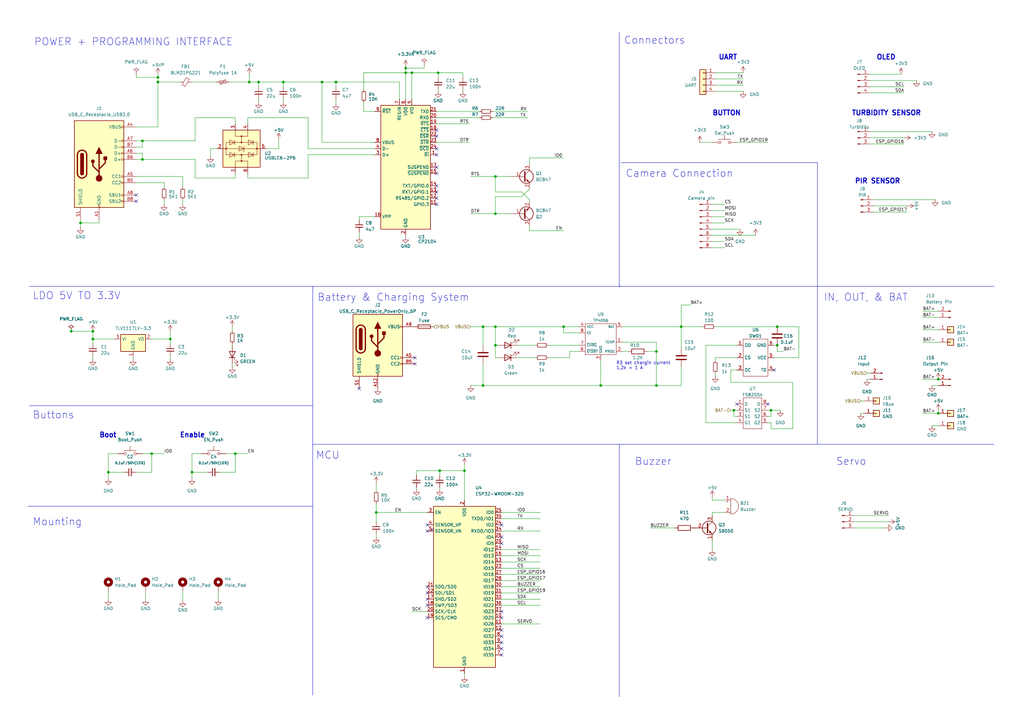
<source format=kicad_sch>
(kicad_sch (version 20231120) (generator "eeschema") (generator_version "8.0")
  (paper "A3")
  (title_block (title "Automatic IoT Fish Feeder") (date "2023-12-20") (company "Kelompok 8") (comment 1 "Muhammad Akmal Prabowo") (comment 2 "Salman Hakim Kurnia") (comment 3 "Muhammad Daffa Zainal"))
  (lib_symbols
    (symbol "Centung:DW01"
      (property "Reference" "U" (at 0 2.54 0))
      (property "Value" "DW01" (at 5.08 2.54 0))
      (symbol "DW01_1_1"
        (pin bidirectional line (at -2.54 -2.54 0) (length 2.54) (name "OD") (number "1"))
        (pin bidirectional line (at -2.54 -7.62 0) (length 2.54) (name "CS") (number "2"))
        (pin bidirectional line (at -2.54 -12.7 0) (length 2.54) (name "OC") (number "3"))
        (pin bidirectional line (at 12.7 -12.7 180) (length 2.54) (name "TD") (number "4"))
        (pin bidirectional line (at 12.7 -7.62 180) (length 2.54) (name "VCC") (number "5"))
        (pin bidirectional line (at 12.7 -2.54 180) (length 2.54) (name "GND") (number "6"))
      )
    )
    (symbol "Centung:FS8205"
      (property "Reference" "U" (at 0 2.54 0))
      (property "Value" "FS8205A" (at 5.08 2.54 0))
      (property "Footprint" "Package_SO:TSSOP-8_4.4x3mm_P0.65mm" (at 5.08 5.08 0))
      (symbol "FS8205_1_1"
        (pin bidirectional line (at -2.54 -2.54 0) (length 2.54) (name "D") (number "1"))
        (pin bidirectional line (at -2.54 -5.08 0) (length 2.54) (name "S1") (number "2"))
        (pin bidirectional line (at -2.54 -7.62 0) (length 2.54) (name "S1") (number "3"))
        (pin bidirectional line (at -2.54 -10.16 0) (length 2.54) (name "G1") (number "4"))
        (pin bidirectional line (at 10.16 -10.16 180) (length 2.54) (name "G2") (number "5"))
        (pin bidirectional line (at 10.16 -7.62 180) (length 2.54) (name "S2") (number "6"))
        (pin bidirectional line (at 10.16 -5.08 180) (length 2.54) (name "S2") (number "7"))
        (pin bidirectional line (at 10.16 -2.54 180) (length 2.54) (name "D") (number "8"))
      )
    )
    (symbol "Centung:TP4056"
      (property "Reference" "U1" (at 6.35 16.51 0))
      (property "Value" "TP4056" (at 6.35 13.97 0))
      (symbol "TP4056_1_1"
        (pin input line (at 15.24 5.08 180) (length 2.54) (name "TEMP") (number "1"))
        (pin input line (at 15.24 1.27 180) (length 2.54) (name "PROG") (number "2"))
        (pin input line (at 6.35 -2.54 90) (length 2.54) (name "GND") (number "3"))
        (pin input line (at -2.54 11.43 0) (length 2.54) (name "VCC") (number "4"))
        (pin input line (at 15.24 11.43 180) (length 2.54) (name "BAT") (number "5"))
        (pin input line (at -2.54 1.27 0) (length 2.54) (name "~{STDBY}") (number "6"))
        (pin input line (at -2.54 3.81 0) (length 2.54) (name "~{CHRG}") (number "7"))
        (pin input line (at -2.54 8.89 0) (length 2.54) (name "CE") (number "8"))
      )
    )
    (symbol "Connector:Conn_01x02_Pin" (pin_names (offset 1.016) hide)
      (property "Reference" "J" (at 0 2.54 0))
      (property "Value" "Conn_01x02_Pin" (at 0 -5.08 0))
      (symbol "Conn_01x02_Pin_1_1"
        (pin passive line (at 5.08 0 180) (length 3.81) (name "Pin_1") (number "1"))
        (pin passive line (at 5.08 -2.54 180) (length 3.81) (name "Pin_2") (number "2"))
      )
    )
    (symbol "Connector:Conn_01x03_Pin" (pin_names (offset 1.016) hide)
      (property "Reference" "J" (at 0 5.08 0))
      (property "Value" "Conn_01x03_Pin" (at 0 -5.08 0))
      (symbol "Conn_01x03_Pin_1_1"
        (pin passive line (at 5.08 2.54 180) (length 3.81) (name "Pin_1") (number "1"))
        (pin passive line (at 5.08 0 180) (length 3.81) (name "Pin_2") (number "2"))
        (pin passive line (at 5.08 -2.54 180) (length 3.81) (name "Pin_3") (number "3"))
      )
    )
    (symbol "Connector:Conn_01x04_Pin" (pin_names (offset 1.016) hide)
      (property "Reference" "J" (at 0 5.08 0))
      (property "Value" "Conn_01x04_Pin" (at 0 -7.62 0))
      (symbol "Conn_01x04_Pin_1_1"
        (pin passive line (at 5.08 2.54 180) (length 3.81) (name "Pin_1") (number "1"))
        (pin passive line (at 5.08 0 180) (length 3.81) (name "Pin_2") (number "2"))
        (pin passive line (at 5.08 -2.54 180) (length 3.81) (name "Pin_3") (number "3"))
        (pin passive line (at 5.08 -5.08 180) (length 3.81) (name "Pin_4") (number "4"))
      )
    )
    (symbol "Connector:Conn_01x08_Pin" (pin_names (offset 1.016) hide)
      (property "Reference" "J" (at 0 10.16 0))
      (property "Value" "Conn_01x08_Pin" (at 0 -12.7 0))
      (symbol "Conn_01x08_Pin_1_1"
        (pin passive line (at 5.08 7.62 180) (length 3.81) (name "Pin_1") (number "1"))
        (pin passive line (at 5.08 5.08 180) (length 3.81) (name "Pin_2") (number "2"))
        (pin passive line (at 5.08 2.54 180) (length 3.81) (name "Pin_3") (number "3"))
        (pin passive line (at 5.08 0 180) (length 3.81) (name "Pin_4") (number "4"))
        (pin passive line (at 5.08 -2.54 180) (length 3.81) (name "Pin_5") (number "5"))
        (pin passive line (at 5.08 -5.08 180) (length 3.81) (name "Pin_6") (number "6"))
        (pin passive line (at 5.08 -7.62 180) (length 3.81) (name "Pin_7") (number "7"))
        (pin passive line (at 5.08 -10.16 180) (length 3.81) (name "Pin_8") (number "8"))
      )
    )
    (symbol "Connector:USB_C_Receptacle_PowerOnly_6P" (pin_names (offset 1.016))
      (property "Reference" "J" (at 0 16.51 0))
      (property "Value" "USB_C_Receptacle_PowerOnly_6P" (at 0 13.97 0))
      (symbol "USB_C_Receptacle_PowerOnly_6P_1_1"
        (pin passive line (at 0 -17.78 90) (length 5.08) (name "GND") (number "A12"))
        (pin bidirectional line (at 15.24 -5.08 180) (length 5.08) (name "CC1") (number "A5"))
        (pin passive line (at 15.24 7.62 180) (length 5.08) (name "VBUS") (number "A9"))
        (pin passive line (at 0 -17.78 90) (length 5.08) hide (name "GND") (number "B12"))
        (pin bidirectional line (at 15.24 -7.62 180) (length 5.08) (name "CC2") (number "B5"))
        (pin passive line (at 15.24 7.62 180) (length 5.08) hide (name "VBUS") (number "B9"))
        (pin passive line (at -7.62 -17.78 90) (length 5.08) (name "SHIELD") (number "S1"))
      )
    )
    (symbol "Connector:USB_C_Receptacle_USB2.0" (pin_names (offset 1.016))
      (property "Reference" "J1" (at 0 22.86 0))
      (property "Value" "USB_C_Receptacle_USB2.0" (at 0 20.32 0))
      (symbol "USB_C_Receptacle_USB2.0_1_1"
        (pin passive line (at 0 -22.86 90) (length 5.08) (name "GND") (number "A1"))
        (pin passive line (at 0 -22.86 90) (length 5.08) hide (name "GND") (number "A12"))
        (pin passive line (at 15.24 15.24 180) (length 5.08) (name "VBUS") (number "A4"))
        (pin bidirectional line (at 15.24 -5.08 180) (length 5.08) (name "CC1") (number "A5"))
        (pin bidirectional line (at 15.24 4.445 180) (length 5.08) (name "D+") (number "A6"))
        (pin bidirectional line (at 15.24 9.525 180) (length 5.08) (name "D-") (number "A7"))
        (pin bidirectional line (at 15.24 -12.7 180) (length 5.08) (name "SBU1") (number "A8"))
        (pin passive line (at 15.24 15.24 180) (length 5.08) hide (name "VBUS") (number "A9"))
        (pin passive line (at 0 -22.86 90) (length 5.08) hide (name "GND") (number "B1"))
        (pin passive line (at 0 -22.86 90) (length 5.08) hide (name "GND") (number "B12"))
        (pin passive line (at 15.24 15.24 180) (length 5.08) hide (name "VBUS") (number "B4"))
        (pin bidirectional line (at 15.24 -7.62 180) (length 5.08) (name "CC2") (number "B5"))
        (pin bidirectional line (at 15.24 1.905 180) (length 5.08) (name "D+") (number "B6"))
        (pin bidirectional line (at 15.24 6.985 180) (length 5.08) (name "D-") (number "B7"))
        (pin bidirectional line (at 15.24 -15.24 180) (length 5.08) (name "SBU2") (number "B8"))
        (pin passive line (at 15.24 15.24 180) (length 5.08) hide (name "VBUS") (number "B9"))
        (pin passive line (at -7.62 -22.86 90) (length 5.08) (name "SHIELD") (number "S1"))
      )
    )
    (symbol "Connector_Generic:Conn_01x01" (pin_names (offset 1.016) hide)
      (property "Reference" "J" (at 0 2.54 0))
      (property "Value" "Conn_01x01" (at 0 -2.54 0))
      (symbol "Conn_01x01_1_1"
        (pin passive line (at -5.08 0 0) (length 3.81) (name "Pin_1") (number "1"))
      )
    )
    (symbol "Connector_Generic:Conn_01x04" (pin_names (offset 1.016) hide)
      (property "Reference" "J" (at 0 5.08 0))
      (property "Value" "Conn_01x04" (at 0 -7.62 0))
      (symbol "Conn_01x04_1_1"
        (pin passive line (at -5.08 2.54 0) (length 3.81) (name "Pin_1") (number "1"))
        (pin passive line (at -5.08 0 0) (length 3.81) (name "Pin_2") (number "2"))
        (pin passive line (at -5.08 -2.54 0) (length 3.81) (name "Pin_3") (number "3"))
        (pin passive line (at -5.08 -5.08 0) (length 3.81) (name "Pin_4") (number "4"))
      )
    )
    (symbol "Device:Buzzer" (pin_names (offset 0.0254) hide)
      (property "Reference" "BZ" (at 3.81 1.27 0))
      (property "Value" "Buzzer" (at 3.81 -1.27 0))
      (symbol "Buzzer_1_1"
        (pin passive line (at -2.54 2.54 0) (length 2.54) (name "-") (number "1"))
        (pin passive line (at -2.54 -2.54 0) (length 2.54) (name "+") (number "2"))
      )
    )
    (symbol "Device:C" (pin_numbers hide) (pin_names (offset 0.254))
      (property "Reference" "C" (at 0.635 2.54 0))
      (property "Value" "C" (at 0.635 -2.54 0))
      (symbol "C_1_1"
        (pin passive line (at 0 3.81 270) (length 2.794) (name "~") (number "1"))
        (pin passive line (at 0 -3.81 90) (length 2.794) (name "~") (number "2"))
      )
    )
    (symbol "Device:C_Small" (pin_numbers hide) (pin_names (offset 0.254) hide)
      (property "Reference" "C" (at 0.254 1.778 0))
      (property "Value" "C_Small" (at 0.254 -2.032 0))
      (symbol "C_Small_1_1"
        (pin passive line (at 0 2.54 270) (length 2.032) (name "~") (number "1"))
        (pin passive line (at 0 -2.54 90) (length 2.032) (name "~") (number "2"))
      )
    )
    (symbol "Device:FerriteBead_Small" (pin_numbers hide) (pin_names (offset 0))
      (property "Reference" "FB" (at 1.905 1.27 0))
      (property "Value" "FerriteBead_Small" (at 1.905 -1.27 0))
      (symbol "FerriteBead_Small_1_1"
        (pin passive line (at 0 2.54 270) (length 1.27) (name "~") (number "1"))
        (pin passive line (at 0 -2.54 90) (length 1.27) (name "~") (number "2"))
      )
    )
    (symbol "Device:Fuse" (pin_numbers hide) (pin_names (offset 0))
      (property "Reference" "F" (at 2.032 0 90))
      (property "Value" "Fuse" (at -1.905 0 90))
      (symbol "Fuse_1_1"
        (pin passive line (at 0 3.81 270) (length 1.27) (name "~") (number "1"))
        (pin passive line (at 0 -3.81 90) (length 1.27) (name "~") (number "2"))
      )
    )
    (symbol "Device:LED" (pin_numbers hide) (pin_names (offset 1.016) hide)
      (property "Reference" "D" (at 0 2.54 0))
      (property "Value" "LED" (at 0 -2.54 0))
      (symbol "LED_1_1"
        (pin passive line (at -3.81 0 0) (length 2.54) (name "K") (number "1"))
        (pin passive line (at 3.81 0 180) (length 2.54) (name "A") (number "2"))
      )
    )
    (symbol "Device:Polyfuse_Small" (pin_numbers hide) (pin_names (offset 0))
      (property "Reference" "F" (at -1.905 0 90))
      (property "Value" "Polyfuse_Small" (at 1.905 0 90))
      (symbol "Polyfuse_Small_1_1"
        (pin passive line (at 0 2.54 270) (length 0.635) (name "~") (number "1"))
        (pin passive line (at 0 -2.54 90) (length 0.635) (name "~") (number "2"))
      )
    )
    (symbol "Device:R" (pin_numbers hide) (pin_names (offset 0))
      (property "Reference" "R" (at 2.032 0 90))
      (property "Value" "R" (at 0 0 90))
      (symbol "R_1_1"
        (pin passive line (at 0 3.81 270) (length 1.27) (name "~") (number "1"))
        (pin passive line (at 0 -3.81 90) (length 1.27) (name "~") (number "2"))
      )
    )
    (symbol "Device:R_Small" (pin_numbers hide) (pin_names (offset 0.254) hide)
      (property "Reference" "R" (at 0.762 0.508 0))
      (property "Value" "R_Small" (at 0.762 -1.016 0))
      (symbol "R_Small_1_1"
        (pin passive line (at 0 2.54 270) (length 0.762) (name "~") (number "1"))
        (pin passive line (at 0 -2.54 90) (length 0.762) (name "~") (number "2"))
      )
    )
    (symbol "Interface_USB:CP2104"
      (property "Reference" "U" (at -5.08 28.575 0))
      (property "Value" "CP2104" (at -5.08 26.67 0))
      (symbol "CP2104_1_1"
        (pin input line (at 12.7 5.08 180) (length 2.54) (name "~{RI}") (number "1"))
        (pin no_connect line (at 10.16 -20.32 180) (length 2.54) hide (name "NC") (number "10"))
        (pin bidirectional line (at 12.7 -15.24 180) (length 2.54) (name "GPIO.3") (number "11"))
        (pin bidirectional line (at 12.7 -12.7 180) (length 2.54) (name "RS485/GPIO.2") (number "12"))
        (pin bidirectional line (at 12.7 -10.16 180) (length 2.54) (name "RXT/GPIO.1") (number "13"))
        (pin bidirectional line (at 12.7 -7.62 180) (length 2.54) (name "TXT/GPIO.0") (number "14"))
        (pin output line (at 12.7 -2.54 180) (length 2.54) (name "~{SUSPEND}") (number "15"))
        (pin passive line (at -12.7 -20.32 0) (length 2.54) (name "VPP") (number "16"))
        (pin output line (at 12.7 0 180) (length 2.54) (name "SUSPEND") (number "17"))
        (pin input line (at 12.7 15.24 180) (length 2.54) (name "~{CTS}") (number "18"))
        (pin output line (at 12.7 17.78 180) (length 2.54) (name "~{RTS}") (number "19"))
        (pin power_in line (at 0 -27.94 90) (length 2.54) (name "GND") (number "2"))
        (pin input line (at 12.7 20.32 180) (length 2.54) (name "RXD") (number "20"))
        (pin output line (at 12.7 22.86 180) (length 2.54) (name "TXD") (number "21"))
        (pin input line (at 12.7 12.7 180) (length 2.54) (name "~{DSR}") (number "22"))
        (pin output line (at 12.7 10.16 180) (length 2.54) (name "~{DTR}") (number "23"))
        (pin input line (at 12.7 7.62 180) (length 2.54) (name "~{DCD}") (number "24"))
        (pin passive line (at 0 -27.94 90) (length 2.54) hide (name "GND") (number "25"))
        (pin bidirectional line (at -12.7 5.08 0) (length 2.54) (name "D+") (number "3"))
        (pin bidirectional line (at -12.7 7.62 0) (length 2.54) (name "D-") (number "4"))
        (pin power_in line (at 2.54 27.94 270) (length 2.54) (name "VIO") (number "5"))
        (pin power_in line (at 0 27.94 270) (length 2.54) (name "VDD") (number "6"))
        (pin power_in line (at -2.54 27.94 270) (length 2.54) (name "REGIN") (number "7"))
        (pin input line (at -12.7 10.16 0) (length 2.54) (name "VBUS") (number "8"))
        (pin bidirectional line (at -12.7 22.86 0) (length 2.54) (name "~{RST}") (number "9"))
      )
    )
    (symbol "Mechanical:MountingHole_Pad" (pin_numbers hide) (pin_names (offset 1.016) hide)
      (property "Reference" "H" (at 0 6.35 0))
      (property "Value" "MountingHole_Pad" (at 0 4.445 0))
      (symbol "MountingHole_Pad_1_1"
        (pin input line (at 0 -2.54 90) (length 2.54) (name "1") (number "1"))
      )
    )
    (symbol "Power_Protection:USBLC6-2P6" (pin_names hide)
      (property "Reference" "U" (at 2.54 8.89 0))
      (property "Value" "USBLC6-2P6" (at 2.54 -8.89 0))
      (symbol "USBLC6-2P6_1_1"
        (pin passive line (at -10.16 -2.54 0) (length 2.54) (name "I/O1") (number "1"))
        (pin passive line (at 0 -10.16 90) (length 2.54) (name "GND") (number "2"))
        (pin passive line (at 10.16 -2.54 180) (length 2.54) (name "I/O2") (number "3"))
        (pin passive line (at 10.16 2.54 180) (length 2.54) (name "I/O2") (number "4"))
        (pin passive line (at 0 10.16 270) (length 2.54) (name "VBUS") (number "5"))
        (pin passive line (at -10.16 2.54 0) (length 2.54) (name "I/O1") (number "6"))
      )
    )
    (symbol "RF_Module:ESP32-WROOM-32D"
      (property "Reference" "U" (at -12.7 34.29 0))
      (property "Value" "ESP32-WROOM-32D" (at 1.27 34.29 0))
      (symbol "ESP32-WROOM-32D_1_1"
        (pin power_in line (at 0 -35.56 90) (length 2.54) (name "GND") (number "1"))
        (pin bidirectional line (at 15.24 -12.7 180) (length 2.54) (name "IO25") (number "10"))
        (pin bidirectional line (at 15.24 -15.24 180) (length 2.54) (name "IO26") (number "11"))
        (pin bidirectional line (at 15.24 -17.78 180) (length 2.54) (name "IO27") (number "12"))
        (pin bidirectional line (at 15.24 10.16 180) (length 2.54) (name "IO14") (number "13"))
        (pin bidirectional line (at 15.24 15.24 180) (length 2.54) (name "IO12") (number "14"))
        (pin passive line (at 0 -35.56 90) (length 2.54) hide (name "GND") (number "15"))
        (pin bidirectional line (at 15.24 12.7 180) (length 2.54) (name "IO13") (number "16"))
        (pin bidirectional line (at -15.24 -5.08 0) (length 2.54) (name "SHD/SD2") (number "17"))
        (pin bidirectional line (at -15.24 -7.62 0) (length 2.54) (name "SWP/SD3") (number "18"))
        (pin bidirectional line (at -15.24 -12.7 0) (length 2.54) (name "SCS/CMD") (number "19"))
        (pin power_in line (at 0 35.56 270) (length 2.54) (name "VDD") (number "2"))
        (pin bidirectional line (at -15.24 -10.16 0) (length 2.54) (name "SCK/CLK") (number "20"))
        (pin bidirectional line (at -15.24 0 0) (length 2.54) (name "SDO/SD0") (number "21"))
        (pin bidirectional line (at -15.24 -2.54 0) (length 2.54) (name "SDI/SD1") (number "22"))
        (pin bidirectional line (at 15.24 7.62 180) (length 2.54) (name "IO15") (number "23"))
        (pin bidirectional line (at 15.24 25.4 180) (length 2.54) (name "IO2") (number "24"))
        (pin bidirectional line (at 15.24 30.48 180) (length 2.54) (name "IO0") (number "25"))
        (pin bidirectional line (at 15.24 20.32 180) (length 2.54) (name "IO4") (number "26"))
        (pin bidirectional line (at 15.24 5.08 180) (length 2.54) (name "IO16") (number "27"))
        (pin bidirectional line (at 15.24 2.54 180) (length 2.54) (name "IO17") (number "28"))
        (pin bidirectional line (at 15.24 17.78 180) (length 2.54) (name "IO5") (number "29"))
        (pin input line (at -15.24 30.48 0) (length 2.54) (name "EN") (number "3"))
        (pin bidirectional line (at 15.24 0 180) (length 2.54) (name "IO18") (number "30"))
        (pin bidirectional line (at 15.24 -2.54 180) (length 2.54) (name "IO19") (number "31"))
        (pin no_connect line (at -12.7 -27.94 0) (length 2.54) hide (name "NC") (number "32"))
        (pin bidirectional line (at 15.24 -5.08 180) (length 2.54) (name "IO21") (number "33"))
        (pin bidirectional line (at 15.24 22.86 180) (length 2.54) (name "RXD0/IO3") (number "34"))
        (pin bidirectional line (at 15.24 27.94 180) (length 2.54) (name "TXD0/IO1") (number "35"))
        (pin bidirectional line (at 15.24 -7.62 180) (length 2.54) (name "IO22") (number "36"))
        (pin bidirectional line (at 15.24 -10.16 180) (length 2.54) (name "IO23") (number "37"))
        (pin passive line (at 0 -35.56 90) (length 2.54) hide (name "GND") (number "38"))
        (pin passive line (at 0 -35.56 90) (length 2.54) hide (name "GND") (number "39"))
        (pin input line (at -15.24 25.4 0) (length 2.54) (name "SENSOR_VP") (number "4"))
        (pin input line (at -15.24 22.86 0) (length 2.54) (name "SENSOR_VN") (number "5"))
        (pin input line (at 15.24 -25.4 180) (length 2.54) (name "IO34") (number "6"))
        (pin input line (at 15.24 -27.94 180) (length 2.54) (name "IO35") (number "7"))
        (pin bidirectional line (at 15.24 -20.32 180) (length 2.54) (name "IO32") (number "8"))
        (pin bidirectional line (at 15.24 -22.86 180) (length 2.54) (name "IO33") (number "9"))
      )
    )
    (symbol "Regulator_Linear:LM1117MP-3.3"
      (property "Reference" "U" (at -3.81 3.175 0))
      (property "Value" "LM1117MP-3.3" (at 0 3.175 0))
      (symbol "LM1117MP-3.3_1_1"
        (pin power_in line (at 0 -7.62 90) (length 2.54) (name "GND") (number "1"))
        (pin power_out line (at 7.62 0 180) (length 2.54) (name "VO") (number "2"))
        (pin power_in line (at -7.62 0 0) (length 2.54) (name "VI") (number "3"))
      )
    )
    (symbol "Switch:SW_Push" (pin_numbers hide) (pin_names (offset 1.016) hide)
      (property "Reference" "SW" (at 1.27 2.54 0))
      (property "Value" "SW_Push" (at 0 -1.524 0))
      (symbol "SW_Push_0_1"
        (pin passive line (at -5.08 0 0) (length 2.54) (name "1") (number "1"))
        (pin passive line (at 5.08 0 180) (length 2.54) (name "2") (number "2"))
      )
    )
    (symbol "Transistor_BJT:BC847" (pin_names (offset 0) hide)
      (property "Reference" "Q" (at 5.08 1.905 0))
      (property "Value" "BC847" (at 5.08 0 0))
      (symbol "BC847_1_1"
        (pin input line (at -5.08 0 0) (length 5.715) (name "B") (number "1"))
        (pin passive line (at 2.54 -5.08 90) (length 2.54) (name "E") (number "2"))
        (pin passive line (at 2.54 5.08 270) (length 2.54) (name "C") (number "3"))
      )
    )
    (symbol "Transistor_BJT:S8050" (pin_names (offset 0) hide)
      (property "Reference" "Q" (at 5.08 1.905 0))
      (property "Value" "S8050" (at 5.08 0 0))
      (symbol "S8050_1_1"
        (pin passive line (at 2.54 -5.08 90) (length 2.54) (name "E") (number "1"))
        (pin input line (at -5.08 0 0) (length 5.08) (name "B") (number "2"))
        (pin passive line (at 2.54 5.08 270) (length 2.54) (name "C") (number "3"))
      )
    )
    (symbol "power:+3.3V" (power) (pin_names (offset 0))
      (property "Value" "+3.3V" (at 0 3.556 0))
      (symbol "+3.3V_1_1"
        (pin power_in line (at 0 0 90) (length 0) hide (name "+3.3V") (number "1"))
      )
    )
    (symbol "power:+3.3VA" (power) (pin_names (offset 0))
      (property "Value" "+3.3VA" (at 0 3.556 0))
      (symbol "+3.3VA_1_1"
        (pin power_in line (at 0 0 90) (length 0) hide (name "+3.3VA") (number "1"))
      )
    )
    (symbol "power:+3V3" (power) (pin_names (offset 0))
      (property "Value" "+3V3" (at 0 3.556 0))
      (symbol "+3V3_1_1"
        (pin power_in line (at 0 0 90) (length 0) hide (name "+3V3") (number "1"))
      )
    )
    (symbol "power:+5V" (power) (pin_names (offset 0))
      (property "Value" "+5V" (at 0 3.556 0))
      (symbol "+5V_1_1"
        (pin power_in line (at 0 0 90) (length 0) hide (name "+5V") (number "1"))
      )
    )
    (symbol "power:+5VP" (power) (pin_names (offset 0))
      (property "Value" "+5VP" (at 0 3.556 0))
      (symbol "+5VP_1_1"
        (pin power_in line (at 0 0 90) (length 0) hide (name "+5VP") (number "1"))
      )
    )
    (symbol "power:GND" (power) (pin_names (offset 0))
      (property "Value" "GND" (at 0 -3.81 0))
      (symbol "GND_1_1"
        (pin power_in line (at 0 0 270) (length 0) hide (name "GND") (number "1"))
      )
    )
    (symbol "power:PWR_FLAG" (power) (pin_numbers hide) (pin_names (offset 0) hide)
      (property "Value" "PWR_FLAG" (at 0 3.81 0))
      (symbol "PWR_FLAG_0_0"
        (pin power_out line (at 0 0 90) (length 0) (name "pwr") (number "1"))
      )
    )
  )
  (junction (at 64.77 33.655))
  (junction (at 384.81 169.545))
  (junction (at 203.2 133.985))
  (junction (at 198.12 158.115))
  (junction (at 190.5 193.04))
  (junction (at 318.77 133.985))
  (junction (at 384.81 155.575))
  (junction (at 203.2 72.39))
  (junction (at 166.37 27.94))
  (junction (at 316.23 168.275))
  (junction (at 246.38 158.115))
  (junction (at 44.45 193.675))
  (junction (at 58.42 57.785))
  (junction (at 102.235 33.655))
  (junction (at 38.1 139.065))
  (junction (at 132.08 33.655))
  (junction (at 269.24 144.145))
  (junction (at 78.74 193.675))
  (junction (at 168.91 29.845))
  (junction (at 62.23 186.055))
  (junction (at 58.42 65.405))
  (junction (at 166.37 29.845))
  (junction (at 96.52 186.055))
  (junction (at 154.305 210.185))
  (junction (at 116.205 33.655))
  (junction (at 318.77 141.605))
  (junction (at 106.045 33.655))
  (junction (at 279.4 133.985))
  (junction (at 33.02 91.44))
  (junction (at 137.795 33.655))
  (junction (at 29.21 135.89))
  (junction (at 231.14 133.985))
  (junction (at 203.2 87.63))
  (junction (at 203.2 141.605))
  (junction (at 38.1 135.89))
  (junction (at 180.34 193.04))
  (junction (at 179.705 29.845))
  (junction (at 198.12 133.985))
  (junction (at 64.77 31.75))
  (junction (at 300.99 168.275))
  (junction (at 269.24 158.115))
  (junction (at 69.85 139.065))
  (no_connect (at 175.26 243.205))
  (no_connect (at 175.26 248.285))
  (no_connect (at 55.88 80.01))
  (no_connect (at 205.74 253.365))
  (no_connect (at 147.32 159.385))
  (no_connect (at 55.88 82.55))
  (no_connect (at 317.5 151.765))
  (no_connect (at 170.18 149.225))
  (no_connect (at 179.07 60.96))
  (no_connect (at 205.74 268.605))
  (no_connect (at 205.74 215.265))
  (no_connect (at 205.74 222.885))
  (no_connect (at 205.74 220.345))
  (no_connect (at 179.07 55.88))
  (no_connect (at 179.07 71.12))
  (no_connect (at 175.26 215.265))
  (no_connect (at 302.26 165.735))
  (no_connect (at 175.26 240.665))
  (no_connect (at 205.74 258.445))
  (no_connect (at 177.165 217.17))
  (no_connect (at 205.74 266.065))
  (no_connect (at 179.07 83.82))
  (no_connect (at 205.74 250.825))
  (no_connect (at 179.07 81.28))
  (no_connect (at 175.26 245.745))
  (no_connect (at 179.07 78.74))
  (no_connect (at 179.07 63.5))
  (no_connect (at 175.26 217.805))
  (no_connect (at 175.26 253.365))
  (no_connect (at 205.74 263.525))
  (no_connect (at 170.18 146.685))
  (no_connect (at 179.07 76.2))
  (no_connect (at 314.96 165.735))
  (no_connect (at 179.07 53.34))
  (no_connect (at 205.74 260.985))
  (no_connect (at 179.07 68.58))
  (wire (pts (xy 64.77 33.655) (xy 64.77 52.07)))
  (wire (pts (xy 205.74 245.745) (xy 221.615 245.745)))
  (wire (pts (xy 179.07 58.42) (xy 192.405 58.42)))
  (wire (pts (xy 279.4 125.095) (xy 283.21 125.095)))
  (wire (pts (xy 279.4 133.985) (xy 288.29 133.985)))
  (wire (pts (xy 166.37 27.94) (xy 166.37 29.845)))
  (wire (pts (xy 356.87 38.1) (xy 370.84 38.1)))
  (wire (pts (xy 64.77 33.655) (xy 73.66 33.655)))
  (wire (pts (xy 217.17 64.77) (xy 217.17 67.31)))
  (wire (pts (xy 231.14 133.985) (xy 237.49 133.985)))
  (wire (pts (xy 198.12 133.985) (xy 198.12 141.605)))
  (wire (pts (xy 46.99 139.065) (xy 38.1 139.065)))
  (wire (pts (xy 62.23 193.675) (xy 62.23 186.055)))
  (wire (pts (xy 355.6 155.575) (xy 356.87 155.575)))
  (wire (pts (xy 203.2 87.63) (xy 209.55 87.63)))
  (wire (pts (xy 358.14 84.455) (xy 372.11 84.455)))
  (wire (pts (xy 90.17 193.675) (xy 96.52 193.675)))
  (wire (pts (xy 350.52 213.995) (xy 364.49 213.995)))
  (wire (pts (xy 190.5 276.225) (xy 190.5 277.495)))
  (wire (pts (xy 189.865 36.83) (xy 189.865 37.465)))
  (wire (pts (xy 78.74 186.055) (xy 78.74 193.675)))
  (wire (pts (xy 382.27 174.625) (xy 384.81 174.625)))
  (wire (pts (xy 179.705 29.845) (xy 179.705 31.75)))
  (wire (pts (xy 179.07 48.26) (xy 196.85 48.26)))
  (polyline (pts (xy 12.065 166.37) (xy 128.27 166.37)))
  (wire (pts (xy 293.37 133.985) (xy 318.77 133.985)))
  (wire (pts (xy 86.36 60.96) (xy 86.36 64.135)))
  (wire (pts (xy 292.1 205.105) (xy 297.18 205.105)))
  (wire (pts (xy 269.24 144.145) (xy 269.24 158.115)))
  (wire (pts (xy 246.38 147.955) (xy 246.38 158.115)))
  (wire (pts (xy 59.69 242.57) (xy 59.69 245.745)))
  (wire (pts (xy 205.74 210.185) (xy 221.615 210.185)))
  (wire (pts (xy 93.98 33.655) (xy 102.235 33.655)))
  (wire (pts (xy 166.37 96.52) (xy 166.37 97.155)))
  (wire (pts (xy 166.37 29.845) (xy 166.37 40.64)))
  (wire (pts (xy 126.365 48.26) (xy 126.365 60.96)))
  (wire (pts (xy 74.93 81.915) (xy 74.93 83.82)))
  (wire (pts (xy 168.91 250.825) (xy 175.26 250.825)))
  (wire (pts (xy 149.225 29.845) (xy 166.37 29.845)))
  (wire (pts (xy 80.01 48.26) (xy 96.52 48.26)))
  (wire (pts (xy 203.2 78.74) (xy 213.995 78.74)))
  (wire (pts (xy 96.52 71.12) (xy 96.52 73.025)))
  (wire (pts (xy 69.85 146.05) (xy 69.85 147.32)))
  (wire (pts (xy 106.045 33.655) (xy 116.205 33.655)))
  (wire (pts (xy 279.4 125.095) (xy 279.4 133.985)))
  (wire (pts (xy 29.21 135.89) (xy 29.21 134.62)))
  (wire (pts (xy 58.42 57.785) (xy 80.01 57.785)))
  (wire (pts (xy 189.865 29.845) (xy 189.865 31.75)))
  (wire (pts (xy 166.37 27.305) (xy 166.37 27.94)))
  (wire (pts (xy 217.17 81.915) (xy 217.17 82.55)))
  (wire (pts (xy 316.23 170.815) (xy 316.23 168.275)))
  (wire (pts (xy 279.4 133.985) (xy 279.4 142.875)))
  (wire (pts (xy 163.83 33.655) (xy 163.83 40.64)))
  (wire (pts (xy 168.91 29.845) (xy 168.91 40.64)))
  (wire (pts (xy 179.705 37.465) (xy 179.705 36.83)))
  (wire (pts (xy 82.55 186.055) (xy 78.74 186.055)))
  (polyline (pts (xy 335.28 182.245) (xy 335.28 117.475)))
  (wire (pts (xy 85.09 193.675) (xy 78.74 193.675)))
  (wire (pts (xy 358.14 86.995) (xy 372.11 86.995)))
  (wire (pts (xy 170.815 200.025) (xy 170.815 200.66)))
  (polyline (pts (xy 12.7 117.475) (xy 254.635 117.475)))
  (wire (pts (xy 299.72 168.275) (xy 300.99 168.275)))
  (wire (pts (xy 350.52 211.455) (xy 364.49 211.455)))
  (wire (pts (xy 353.06 164.465) (xy 354.33 164.465)))
  (wire (pts (xy 44.45 193.675) (xy 44.45 196.215)))
  (wire (pts (xy 153.67 63.5) (xy 126.365 63.5)))
  (wire (pts (xy 325.12 156.845) (xy 325.12 175.895)))
  (wire (pts (xy 198.12 133.985) (xy 203.2 133.985)))
  (wire (pts (xy 237.49 144.145) (xy 233.68 144.145)))
  (wire (pts (xy 102.235 30.48) (xy 102.235 33.655)))
  (polyline (pts (xy 335.28 117.475) (xy 335.28 66.675)))
  (wire (pts (xy 316.23 175.895) (xy 316.23 173.355)))
  (wire (pts (xy 62.23 186.055) (xy 67.31 186.055)))
  (wire (pts (xy 318.77 133.985) (xy 327.66 133.985)))
  (wire (pts (xy 33.02 90.17) (xy 33.02 91.44)))
  (wire (pts (xy 382.27 158.115) (xy 384.81 158.115)))
  (wire (pts (xy 102.235 33.655) (xy 106.045 33.655)))
  (wire (pts (xy 149.225 41.91) (xy 149.225 45.72)))
  (wire (pts (xy 287.02 58.42) (xy 292.1 58.42)))
  (wire (pts (xy 292.1 99.06) (xy 297.18 99.06)))
  (wire (pts (xy 231.14 136.525) (xy 237.49 136.525)))
  (wire (pts (xy 64.77 52.07) (xy 55.88 52.07)))
  (wire (pts (xy 96.52 48.26) (xy 96.52 50.8)))
  (wire (pts (xy 88.9 60.96) (xy 86.36 60.96)))
  (wire (pts (xy 302.26 141.605) (xy 289.56 141.605)))
  (wire (pts (xy 292.1 210.185) (xy 292.1 211.455)))
  (wire (pts (xy 58.42 62.865) (xy 55.88 62.865)))
  (polyline (pts (xy 254 285.75) (xy 254 182.245)))
  (wire (pts (xy 217.17 77.47) (xy 213.995 80.645)))
  (wire (pts (xy 101.6 73.025) (xy 126.365 73.025)))
  (wire (pts (xy 166.37 29.845) (xy 168.91 29.845)))
  (wire (pts (xy 279.4 150.495) (xy 279.4 158.115)))
  (wire (pts (xy 101.6 48.26) (xy 126.365 48.26)))
  (wire (pts (xy 255.27 133.985) (xy 279.4 133.985)))
  (wire (pts (xy 314.96 170.815) (xy 316.23 170.815)))
  (wire (pts (xy 292.1 203.835) (xy 292.1 205.105)))
  (polyline (pts (xy 254 117.475) (xy 407.67 117.475)))
  (wire (pts (xy 317.5 146.685) (xy 327.66 146.685)))
  (polyline (pts (xy 407.67 182.245) (xy 128.27 182.245)))
  (wire (pts (xy 217.17 94.615) (xy 231.14 94.615)))
  (wire (pts (xy 80.01 73.025) (xy 96.52 73.025)))
  (wire (pts (xy 55.88 193.675) (xy 62.23 193.675)))
  (wire (pts (xy 205.74 240.665) (xy 221.615 240.665)))
  (wire (pts (xy 356.87 35.56) (xy 370.84 35.56)))
  (wire (pts (xy 106.045 33.655) (xy 106.045 35.56)))
  (wire (pts (xy 173.99 26.67) (xy 173.99 27.94)))
  (wire (pts (xy 293.37 146.685) (xy 302.26 146.685)))
  (wire (pts (xy 147.32 95.25) (xy 147.32 97.155)))
  (wire (pts (xy 106.045 40.64) (xy 106.045 41.91)))
  (wire (pts (xy 318.77 144.145) (xy 321.31 144.145)))
  (wire (pts (xy 168.91 29.845) (xy 179.705 29.845)))
  (wire (pts (xy 193.04 72.39) (xy 203.2 72.39)))
  (wire (pts (xy 203.2 141.605) (xy 204.47 141.605)))
  (wire (pts (xy 213.995 78.74) (xy 217.17 81.915)))
  (wire (pts (xy 78.74 33.655) (xy 88.9 33.655)))
  (wire (pts (xy 198.12 158.115) (xy 246.38 158.115)))
  (wire (pts (xy 297.18 210.185) (xy 292.1 210.185)))
  (wire (pts (xy 292.1 221.615) (xy 292.1 225.425)))
  (wire (pts (xy 358.14 81.915) (xy 383.54 81.915)))
  (wire (pts (xy 205.74 227.965) (xy 221.615 227.965)))
  (wire (pts (xy 203.2 80.645) (xy 213.995 80.645)))
  (wire (pts (xy 378.46 130.175) (xy 384.81 130.175)))
  (wire (pts (xy 205.74 255.905) (xy 221.615 255.905)))
  (wire (pts (xy 299.72 156.845) (xy 325.12 156.845)))
  (wire (pts (xy 255.27 140.335) (xy 269.24 140.335)))
  (wire (pts (xy 203.2 133.985) (xy 203.2 141.605)))
  (wire (pts (xy 266.7 216.535) (xy 276.86 216.535)))
  (wire (pts (xy 101.6 71.12) (xy 101.6 73.025)))
  (wire (pts (xy 62.23 139.065) (xy 69.85 139.065)))
  (wire (pts (xy 318.77 144.145) (xy 318.77 141.605)))
  (wire (pts (xy 265.43 144.145) (xy 269.24 144.145)))
  (wire (pts (xy 55.88 57.785) (xy 58.42 57.785)))
  (wire (pts (xy 95.25 149.225) (xy 95.25 150.495)))
  (wire (pts (xy 205.74 235.585) (xy 221.615 235.585)))
  (wire (pts (xy 180.34 200.025) (xy 180.34 200.66)))
  (wire (pts (xy 149.225 36.83) (xy 149.225 29.845)))
  (wire (pts (xy 147.32 88.9) (xy 153.67 88.9)))
  (wire (pts (xy 44.45 186.055) (xy 44.45 193.675)))
  (wire (pts (xy 246.38 158.115) (xy 269.24 158.115)))
  (wire (pts (xy 179.705 29.845) (xy 189.865 29.845)))
  (wire (pts (xy 233.68 144.145) (xy 233.68 146.685)))
  (wire (pts (xy 205.74 248.285) (xy 221.615 248.285)))
  (wire (pts (xy 95.25 141.605) (xy 95.25 140.97)))
  (wire (pts (xy 55.88 74.93) (xy 67.31 74.93)))
  (wire (pts (xy 203.2 133.985) (xy 231.14 133.985)))
  (wire (pts (xy 217.17 92.71) (xy 217.17 94.615)))
  (wire (pts (xy 356.87 53.975) (xy 382.27 53.975)))
  (wire (pts (xy 180.34 193.04) (xy 190.5 193.04)))
  (wire (pts (xy 74.93 72.39) (xy 74.93 76.835)))
  (wire (pts (xy 96.52 193.675) (xy 96.52 186.055)))
  (wire (pts (xy 180.34 193.04) (xy 180.34 194.945)))
  (polyline (pts (xy 254.635 66.675) (xy 335.28 66.675)))
  (wire (pts (xy 201.93 45.72) (xy 216.535 45.72)))
  (wire (pts (xy 166.37 27.94) (xy 173.99 27.94)))
  (wire (pts (xy 205.74 238.125) (xy 221.615 238.125)))
  (wire (pts (xy 109.22 60.96) (xy 114.3 60.96)))
  (wire (pts (xy 355.6 153.035) (xy 356.87 153.035)))
  (wire (pts (xy 44.45 242.57) (xy 44.45 245.745)))
  (wire (pts (xy 317.5 141.605) (xy 318.77 141.605)))
  (wire (pts (xy 116.205 40.64) (xy 116.205 41.91)))
  (wire (pts (xy 137.795 33.655) (xy 163.83 33.655)))
  (wire (pts (xy 96.52 186.055) (xy 101.6 186.055)))
  (wire (pts (xy 378.46 169.545) (xy 384.81 169.545)))
  (wire (pts (xy 29.21 135.89) (xy 38.1 135.89)))
  (wire (pts (xy 289.56 173.355) (xy 302.26 173.355)))
  (wire (pts (xy 292.1 86.36) (xy 297.18 86.36)))
  (wire (pts (xy 74.93 242.57) (xy 74.93 246.38)))
  (wire (pts (xy 198.12 149.225) (xy 198.12 158.115)))
  (wire (pts (xy 154.305 206.375) (xy 154.305 210.185)))
  (wire (pts (xy 314.96 58.42) (xy 302.26 58.42)))
  (wire (pts (xy 193.04 158.115) (xy 198.12 158.115)))
  (wire (pts (xy 316.23 168.275) (xy 320.04 168.275)))
  (wire (pts (xy 50.8 193.675) (xy 44.45 193.675)))
  (wire (pts (xy 95.25 135.89) (xy 95.25 133.985)))
  (wire (pts (xy 67.31 81.915) (xy 67.31 83.82)))
  (wire (pts (xy 289.56 141.605) (xy 289.56 173.355)))
  (wire (pts (xy 203.2 80.645) (xy 203.2 87.63)))
  (wire (pts (xy 356.87 30.48) (xy 369.57 30.48)))
  (wire (pts (xy 69.85 139.065) (xy 69.85 140.97)))
  (wire (pts (xy 378.46 155.575) (xy 384.81 155.575)))
  (wire (pts (xy 292.1 91.44) (xy 297.18 91.44)))
  (polyline (pts (xy 254 117.475) (xy 254 13.335)))
  (wire (pts (xy 67.31 74.93) (xy 67.31 76.835)))
  (wire (pts (xy 299.72 151.765) (xy 302.26 151.765)))
  (wire (pts (xy 132.08 33.655) (xy 137.795 33.655)))
  (wire (pts (xy 33.02 91.44) (xy 33.02 93.345)))
  (wire (pts (xy 64.77 31.75) (xy 64.77 30.48)))
  (wire (pts (xy 179.07 45.72) (xy 196.85 45.72)))
  (wire (pts (xy 80.01 65.405) (xy 80.01 73.025)))
  (wire (pts (xy 179.07 50.8) (xy 192.405 50.8)))
  (wire (pts (xy 356.87 33.02) (xy 375.92 33.02)))
  (wire (pts (xy 126.365 63.5) (xy 126.365 73.025)))
  (wire (pts (xy 314.96 168.275) (xy 316.23 168.275)))
  (wire (pts (xy 327.66 133.985) (xy 327.66 146.685)))
  (wire (pts (xy 116.205 33.655) (xy 116.205 35.56)))
  (wire (pts (xy 89.535 242.57) (xy 89.535 245.745)))
  (wire (pts (xy 255.27 144.145) (xy 257.81 144.145)))
  (wire (pts (xy 292.1 101.6) (xy 297.18 101.6)))
  (wire (pts (xy 114.3 57.15) (xy 114.3 60.96)))
  (wire (pts (xy 58.42 57.785) (xy 58.42 60.325)))
  (wire (pts (xy 300.99 168.275) (xy 302.26 168.275)))
  (wire (pts (xy 62.23 186.055) (xy 58.42 186.055)))
  (wire (pts (xy 231.14 133.985) (xy 231.14 136.525)))
  (wire (pts (xy 205.74 212.725) (xy 221.615 212.725)))
  (wire (pts (xy 137.795 33.655) (xy 137.795 35.56)))
  (wire (pts (xy 293.37 154.305) (xy 293.37 153.035)))
  (wire (pts (xy 78.74 193.675) (xy 78.74 196.215)))
  (wire (pts (xy 58.42 60.325) (xy 55.88 60.325)))
  (wire (pts (xy 292.1 93.98) (xy 303.53 93.98)))
  (wire (pts (xy 212.09 146.685) (xy 219.71 146.685)))
  (wire (pts (xy 137.795 40.64) (xy 137.795 42.545)))
  (wire (pts (xy 384.81 169.545) (xy 384.81 168.275)))
  (wire (pts (xy 293.37 34.925) (xy 304.8 34.925)))
  (wire (pts (xy 292.1 96.52) (xy 309.88 96.52)))
  (wire (pts (xy 126.365 60.96) (xy 153.67 60.96)))
  (wire (pts (xy 224.79 141.605) (xy 237.49 141.605)))
  (wire (pts (xy 293.37 29.845) (xy 304.8 29.845)))
  (wire (pts (xy 38.1 139.065) (xy 38.1 140.97)))
  (wire (pts (xy 212.09 141.605) (xy 219.71 141.605)))
  (wire (pts (xy 356.87 59.055) (xy 370.84 59.055)))
  (wire (pts (xy 302.26 170.815) (xy 300.99 170.815)))
  (wire (pts (xy 154.305 219.075) (xy 154.305 220.345)))
  (wire (pts (xy 48.26 186.055) (xy 44.45 186.055)))
  (wire (pts (xy 154.305 198.12) (xy 154.305 201.295)))
  (wire (pts (xy 58.42 62.865) (xy 58.42 65.405)))
  (wire (pts (xy 55.88 72.39) (xy 74.93 72.39)))
  (wire (pts (xy 203.2 72.39) (xy 203.2 78.74)))
  (wire (pts (xy 40.64 91.44) (xy 33.02 91.44)))
  (wire (pts (xy 193.04 87.63) (xy 203.2 87.63)))
  (wire (pts (xy 149.225 45.72) (xy 153.67 45.72)))
  (wire (pts (xy 217.17 64.77) (xy 231.14 64.77)))
  (wire (pts (xy 96.52 186.055) (xy 92.71 186.055)))
  (wire (pts (xy 325.12 175.895) (xy 316.23 175.895)))
  (wire (pts (xy 201.93 48.26) (xy 216.535 48.26)))
  (wire (pts (xy 58.42 65.405) (xy 80.01 65.405)))
  (wire (pts (xy 224.79 146.685) (xy 233.68 146.685)))
  (wire (pts (xy 116.205 33.655) (xy 132.08 33.655)))
  (wire (pts (xy 293.37 37.465) (xy 304.8 37.465)))
  (wire (pts (xy 205.74 230.505) (xy 221.615 230.505)))
  (wire (pts (xy 154.305 210.185) (xy 154.305 213.995)))
  (wire (pts (xy 205.74 217.805) (xy 221.615 217.805)))
  (wire (pts (xy 292.1 88.9) (xy 297.18 88.9)))
  (wire (pts (xy 170.815 193.04) (xy 170.815 194.945)))
  (wire (pts (xy 80.01 57.785) (xy 80.01 48.26)))
  (wire (pts (xy 132.08 33.655) (xy 132.08 58.42)))
  (wire (pts (xy 203.2 72.39) (xy 209.55 72.39)))
  (wire (pts (xy 190.5 190.5) (xy 190.5 193.04)))
  (wire (pts (xy 64.77 33.655) (xy 64.77 31.75)))
  (wire (pts (xy 269.24 140.335) (xy 269.24 144.145)))
  (wire (pts (xy 378.46 127.635) (xy 384.81 127.635)))
  (wire (pts (xy 55.88 31.75) (xy 64.77 31.75)))
  (wire (pts (xy 205.74 243.205) (xy 221.615 243.205)))
  (wire (pts (xy 350.52 216.535) (xy 363.22 216.535)))
  (wire (pts (xy 55.88 30.48) (xy 55.88 31.75)))
  (wire (pts (xy 203.2 146.685) (xy 204.47 146.685)))
  (wire (pts (xy 55.88 65.405) (xy 58.42 65.405)))
  (wire (pts (xy 292.1 83.82) (xy 297.18 83.82)))
  (wire (pts (xy 170.815 193.04) (xy 180.34 193.04)))
  (wire (pts (xy 69.85 135.89) (xy 69.85 139.065)))
  (wire (pts (xy 147.32 88.9) (xy 147.32 90.17)))
  (polyline (pts (xy 11.43 207.645) (xy 128.27 207.645)))
  (wire (pts (xy 154.305 210.185) (xy 175.26 210.185)))
  (wire (pts (xy 299.72 151.765) (xy 299.72 156.845)))
  (wire (pts (xy 269.24 158.115) (xy 279.4 158.115)))
  (wire (pts (xy 38.1 135.89) (xy 38.1 139.065)))
  (wire (pts (xy 293.37 32.385) (xy 304.8 32.385)))
  (wire (pts (xy 353.06 169.545) (xy 354.33 169.545)))
  (wire (pts (xy 378.46 135.255) (xy 384.81 135.255)))
  (wire (pts (xy 132.08 58.42) (xy 153.67 58.42)))
  (wire (pts (xy 205.74 225.425) (xy 221.615 225.425)))
  (wire (pts (xy 40.64 90.17) (xy 40.64 91.44)))
  (wire (pts (xy 190.5 193.04) (xy 190.5 205.105)))
  (wire (pts (xy 378.46 140.335) (xy 384.81 140.335)))
  (wire (pts (xy 54.61 146.685) (xy 54.61 147.32)))
  (wire (pts (xy 356.87 56.515) (xy 370.84 56.515)))
  (wire (pts (xy 101.6 50.8) (xy 101.6 48.26)))
  (polyline (pts (xy 12.065 117.475) (xy 12.7 117.475)))
  (polyline (pts (xy 128.27 117.475) (xy 128.27 285.115)))
  (wire (pts (xy 205.74 233.045) (xy 221.615 233.045)))
  (wire (pts (xy 300.99 170.815) (xy 300.99 168.275)))
  (wire (pts (xy 203.2 141.605) (xy 203.2 146.685)))
  (wire (pts (xy 293.37 146.685) (xy 293.37 147.955)))
  (wire (pts (xy 316.23 173.355) (xy 314.96 173.355)))
  (wire (pts (xy 193.04 133.985) (xy 198.12 133.985)))
  (wire (pts (xy 38.1 146.05) (xy 38.1 147.32)))
  (text "Enable" (at 73.66 179.705 0) (effects (font (size 2 2) (bold yes)) (justify left bottom)))
  (text "TURBIDITY SENSOR" (at 349.25 47.625 0) (effects (font (size 2 2) (bold yes)) (justify left bottom)))
  (text "Connectors" (at 255.905 18.415 0) (effects (font (size 3 3)) (justify left bottom)))
  (text "Mounting" (at 13.335 215.9 0) (effects (font (size 3 3)) (justify left bottom)))
  (text "IN, OUT, & BAT" (at 337.82 123.825 0) (effects (font (size 3 3)) (justify left bottom)))
  (text "OLED" (at 359.41 24.765 0) (effects (font (size 2 2) (bold yes)) (justify left bottom)))
  (text "R3 set chargin current\n1.2k = 1 A\n" (at 252.73 151.765 0) (effects (font (size 1.27 1.27)) (justify left bottom)))
  (text "BUTTON" (at 292.1 47.625 0) (effects (font (size 2 2) (bold yes)) (justify left bottom)))
  (text "UART" (at 294.64 24.765 0) (effects (font (size 2 2) (bold yes)) (justify left bottom)))
  (text "MCU" (at 129.54 188.595 0) (effects (font (size 3 3)) (justify left bottom)))
  (text "Boot" (at 40.64 179.705 0) (effects (font (size 2 2) (bold yes)) (justify left bottom)))
  (text "LDO 5V TO 3.3V" (at 13.335 123.19 0) (effects (font (size 3 3)) (justify left bottom)))
  (text "Buttons" (at 13.335 172.085 0) (effects (font (size 3 3)) (justify left bottom)))
  (text "Servo" (at 342.9 191.135 0) (effects (font (size 3 3)) (justify left bottom)))
  (text "POWER + PROGRAMMING INTERFACE\n" (at 13.97 19.05 0) (effects (font (size 3 3)) (justify left bottom)))
  (text "PIR SENSOR" (at 350.52 75.565 0) (effects (font (size 2 2) (bold yes)) (justify left bottom)))
  (text "Camera Connection" (at 256.54 73.025 0) (effects (font (size 3 3)) (justify left bottom)))
  (text "Battery & Charging System" (at 130.175 123.825 0) (effects (font (size 3 3)) (justify left bottom)))
  (text "Buzzer" (at 260.35 191.135 0) (effects (font (size 3 3)) (justify left bottom)))
  (label "ESP_GPIO17" (at 212.09 238.125 0))
  (label "IO0" (at 67.31 186.055 0))
  (label "DTR" (at 188.595 58.42 0))
  (label "RX" (at 304.8 34.925 180))
  (label "CS" (at 212.09 233.045 0))
  (label "SCK" (at 168.91 250.825 0))
  (label "MOSI" (at 212.09 227.965 0))
  (label "BAT+" (at 378.46 135.255 0))
  (label "EN" (at 161.925 210.185 0))
  (label "SDA" (at 370.84 38.1 180))
  (label "TX" (at 212.09 212.725 0))
  (label "EN" (at 227.965 94.615 0))
  (label "SERVO" (at 212.09 255.905 0))
  (label "MISO" (at 297.18 88.9 0))
  (label "MISO" (at 212.09 225.425 0))
  (label "BAT-" (at 378.46 130.175 0))
  (label "ESP_GPIO19" (at 314.96 58.42 180))
  (label "SCL" (at 297.18 101.6 0))
  (label "ESP_GPIO17" (at 372.11 86.995 180))
  (label "ESP_GPIO16" (at 370.84 59.055 180))
  (label "SDA" (at 297.18 99.06 0))
  (label "BAT+" (at 378.46 155.575 0))
  (label "BUZZER" (at 212.09 240.665 0))
  (label "CS" (at 297.18 83.82 0))
  (label "RX" (at 213.36 45.72 0))
  (label "ESP_GPIO16" (at 212.09 235.585 0))
  (label "TX" (at 304.8 32.385 180))
  (label "RTS" (at 188.595 50.8 0))
  (label "SCL" (at 370.84 35.56 180))
  (label "BAT+" (at 283.21 125.095 0))
  (label "RTS" (at 193.04 72.39 0))
  (label "BUZZER" (at 266.7 216.535 0))
  (label "BAT-" (at 321.31 144.145 0))
  (label "BAT-" (at 378.46 140.335 0))
  (label "SCK" (at 297.18 91.44 0))
  (label "BAT+" (at 378.46 169.545 0))
  (label "DTR" (at 193.04 87.63 0))
  (label "BAT+" (at 378.46 127.635 0))
  (label "RX" (at 212.09 217.805 0))
  (label "SCK" (at 212.09 230.505 0))
  (label "SCL" (at 212.09 248.285 0))
  (label "ESP_GPIO19" (at 212.09 243.205 0))
  (label "SDA" (at 212.09 245.745 0))
  (label "SERVO" (at 364.49 211.455 180))
  (label "MOSI" (at 297.18 86.36 0))
  (label "IO0" (at 212.09 210.185 0))
  (label "EN" (at 101.6 186.055 0))
  (label "IO0" (at 227.33 64.77 0))
  (label "TX" (at 213.36 48.26 0))
  (hierarchical_label "VBUS" (shape input) (at 177.8 133.985 0))
  (hierarchical_label "VBUS" (shape input) (at 355.6 153.035 180))
  (hierarchical_label "BAT-" (shape input) (at 299.72 168.275 180))
  (hierarchical_label "VBUS" (shape input) (at 193.04 133.985 180))
  (hierarchical_label "VBUS" (shape input) (at 353.06 164.465 180))
  (symbol (lib_id "power:+5V") (at 364.49 213.995 270) (unit 1)
    (property "Reference" "#PWR048" (effects (hide yes)))
    (property "Value" "+5V" (at 368.3 213.995 0))
  )
  (symbol (lib_id "Connector:Conn_01x02_Pin") (at 389.89 130.175 180) (unit 1)
    (property "Reference" "J13" (at 379.73 121.285 0) (effects (justify right)))
    (property "Value" "Battery Pin" (at 379.73 123.825 0) (effects (justify right)))
    (property "Footprint" "Connector_JST:JST_EH_S2B-EH_1x02_P2.50mm_Horizontal" (effects (hide yes)))
  )
  (symbol (lib_id "Device:C_Small") (at 38.1 143.51 0) (unit 1)
    (property "Reference" "C1" (at 41.275 142.2463 0) (effects (justify left)))
    (property "Value" "22u" (at 41.275 144.7863 0) (effects (justify left)))
    (property "Footprint" "Capacitor_SMD:C_0805_2012Metric_Pad1.18x1.45mm_HandSolder" (effects (hide yes)))
  )
  (symbol (lib_id "Device:R") (at 280.67 216.535 90) (unit 1)
    (property "Reference" "R11" (at 280.67 210.185 90))
    (property "Value" "470" (at 280.67 212.725 90))
    (property "Footprint" "Resistor_SMD:R_0805_2012Metric" (effects (hide yes)))
  )
  (symbol (lib_id "Device:R_Small") (at 222.25 141.605 90) (unit 1)
    (property "Reference" "R8" (at 222.25 136.525 90))
    (property "Value" "1k" (at 222.25 139.065 90))
    (property "Footprint" "Resistor_SMD:R_0805_2012Metric" (effects (hide yes)))
  )
  (symbol (lib_id "Interface_USB:CP2104") (at 166.37 68.58 0) (unit 1)
    (property "Reference" "U3" (at 171.45 97.155 0) (effects (justify left)))
    (property "Value" "CP2104" (at 171.45 99.06 0) (effects (justify left)))
    (property "Footprint" "Package_DFN_QFN:QFN-24-1EP_4x4mm_P0.5mm_EP2.6x2.6mm" (effects (hide yes)))
    (property "Datasheet" "https://www.silabs.com/documents/public/data-sheets/cp2104.pdf" (effects (hide yes)))
  )
  (symbol (lib_id "power:+3.3V") (at 69.85 135.89 0) (unit 1)
    (property "Reference" "#PWR010" (effects (hide yes)))
    (property "Value" "+3.3V" (at 69.85 132.08 0))
  )
  (symbol (lib_id "Device:FerriteBead_Small") (at 76.2 33.655 90) (unit 1)
    (property "Reference" "FB1" (at 76.1619 27.305 90))
    (property "Value" "BLM21PG221" (at 76.1619 29.845 90))
    (property "Footprint" "Inductor_SMD:L_0603_1608Metric_Pad1.05x0.95mm_HandSolder" (effects (hide yes)))
  )
  (symbol (lib_id "power:GND") (at 116.205 41.91 0) (unit 1)
    (property "Reference" "#PWR021" (effects (hide yes)))
    (property "Value" "GND" (at 116.205 45.72 0))
  )
  (symbol (lib_id "Device:C_Small") (at 69.85 143.51 0) (unit 1)
    (property "Reference" "C3" (at 73.025 142.2463 0) (effects (justify left)))
    (property "Value" "22u" (at 73.025 144.7863 0) (effects (justify left)))
    (property "Footprint" "Capacitor_SMD:C_0805_2012Metric_Pad1.18x1.45mm_HandSolder" (effects (hide yes)))
  )
  (symbol (lib_id "power:+5VP") (at 64.77 30.48 0) (unit 1)
    (property "Reference" "#PWR08" (effects (hide yes)))
    (property "Value" "+5VP" (at 64.77 26.67 0))
  )
  (symbol (lib_id "Connector_Generic:Conn_01x04") (at 288.29 32.385 0) (mirror y) (unit 1)
    (property "Reference" "J5" (at 285.75 32.385 0) (effects (justify left)))
    (property "Value" "UART" (at 285.75 34.925 0) (effects (justify left)))
    (property "Footprint" "Connector_Molex:Molex_SL_171971-0004_1x04_P2.54mm_Vertical" (effects (hide yes)))
  )
  (symbol (lib_id "power:+3.3VA") (at 166.37 27.305 0) (unit 1)
    (property "Reference" "#PWR027" (effects (hide yes)))
    (property "Value" "+3.3VA" (at 166.37 22.225 0))
  )
  (symbol (lib_id "Connector:Conn_01x02_Pin") (at 389.89 158.115 180) (unit 1)
    (property "Reference" "J16" (at 379.73 146.685 0) (effects (justify right)))
    (property "Value" "Output Pin" (at 378.46 149.225 0) (effects (justify right)))
    (property "Footprint" "Connector_PinHeader_2.54mm:PinHeader_1x02_P2.54mm_Vertical" (effects (hide yes)))
  )
  (symbol (lib_id "Device:C_Small") (at 189.865 34.29 0) (unit 1)
    (property "Reference" "C13" (at 192.405 33.0263 0) (effects (justify left)))
    (property "Value" "100n" (at 192.405 35.5663 0) (effects (justify left)))
    (property "Footprint" "Capacitor_SMD:C_0402_1005Metric_Pad0.74x0.62mm_HandSolder" (effects (hide yes)))
  )
  (symbol (lib_id "power:GND") (at 54.61 147.32 0) (unit 1)
    (property "Reference" "#PWR06" (effects (hide yes)))
    (property "Value" "GND" (at 54.61 151.13 0))
  )
  (symbol (lib_id "Connector:Conn_01x04_Pin") (at 351.79 33.02 0) (unit 1)
    (property "Reference" "J7" (at 352.425 25.4 0))
    (property "Value" "OLED" (at 352.425 27.94 0))
    (property "Footprint" "Connector_PinSocket_2.54mm:PinSocket_1x04_P2.54mm_Vertical" (effects (hide yes)))
  )
  (symbol (lib_id "power:GND") (at 353.06 169.545 0) (unit 1)
    (property "Reference" "#PWR045" (effects (hide yes)))
    (property "Value" "GND" (at 353.06 174.625 0))
  )
  (symbol (lib_id "Device:R_Small") (at 149.225 39.37 0) (unit 1)
    (property "Reference" "R4" (at 151.13 38.735 0) (effects (justify left)))
    (property "Value" "10K" (at 151.13 40.64 0) (effects (justify left)))
    (property "Footprint" "Resistor_SMD:R_0402_1005Metric_Pad0.72x0.64mm_HandSolder" (effects (hide yes)))
  )
  (symbol (lib_id "Connector:Conn_01x02_Pin") (at 361.95 155.575 180) (unit 1)
    (property "Reference" "J12" (at 351.79 146.685 0) (effects (justify right)))
    (property "Value" "Input" (at 351.79 149.225 0) (effects (justify right)))
    (property "Footprint" "Connector_PinHeader_2.54mm:PinHeader_1x02_P2.54mm_Vertical" (effects (hide yes)))
  )
  (symbol (lib_id "power:GND") (at 137.795 42.545 0) (unit 1)
    (property "Reference" "#PWR022" (effects (hide yes)))
    (property "Value" "GND" (at 137.795 46.355 0))
  )
  (symbol (lib_id "power:GND") (at 303.53 93.98 0) (unit 1)
    (property "Reference" "#PWR039" (effects (hide yes)))
    (property "Value" "GND" (at 303.53 99.06 0))
  )
  (symbol (lib_id "power:GND") (at 355.6 155.575 0) (unit 1)
    (property "Reference" "#PWR046" (effects (hide yes)))
    (property "Value" "GND" (at 355.6 160.655 0))
  )
  (symbol (lib_id "Device:R_Small") (at 293.37 150.495 0) (unit 1)
    (property "Reference" "R13" (at 295.91 149.86 0) (effects (justify left)))
    (property "Value" "1k" (at 295.91 152.4 0) (effects (justify left)))
    (property "Footprint" "Resistor_SMD:R_0805_2012Metric" (effects (hide yes)))
  )
  (symbol (lib_id "Device:C_Small") (at 170.815 197.485 0) (unit 1)
    (property "Reference" "C10" (at 173.99 196.2213 0) (effects (justify left)))
    (property "Value" "22u" (at 173.99 198.7613 0) (effects (justify left)))
    (property "Footprint" "Capacitor_SMD:C_0805_2012Metric_Pad1.18x1.45mm_HandSolder" (effects (hide yes)))
  )
  (symbol (lib_id "Device:C_Small") (at 180.34 197.485 0) (unit 1)
    (property "Reference" "C12" (at 182.88 196.2213 0) (effects (justify left)))
    (property "Value" "100n" (at 182.88 198.7613 0) (effects (justify left)))
    (property "Footprint" "Capacitor_SMD:C_0402_1005Metric_Pad0.74x0.62mm_HandSolder" (effects (hide yes)))
  )
  (symbol (lib_id "power:+5V") (at 102.235 30.48 0) (unit 1)
    (property "Reference" "#PWR018" (effects (hide yes)))
    (property "Value" "+5V" (at 102.235 26.67 0))
  )
  (symbol (lib_id "power:GND") (at 304.8 37.465 0) (unit 1)
    (property "Reference" "#PWR041" (effects (hide yes)))
    (property "Value" "GND" (at 307.34 38.735 0) (effects (justify left)))
  )
  (symbol (lib_id "power:+3V3") (at 369.57 30.48 0) (unit 1)
    (property "Reference" "#PWR049" (effects (hide yes)))
    (property "Value" "+3V3" (at 369.57 26.035 0))
  )
  (symbol (lib_id "power:GND") (at 170.815 200.66 0) (unit 1)
    (property "Reference" "#PWR029" (effects (hide yes)))
    (property "Value" "GND" (at 170.815 204.47 0))
  )
  (symbol (lib_id "power:PWR_FLAG") (at 55.88 30.48 0) (unit 1)
    (property "Reference" "#FLG03" (effects (hide yes)))
    (property "Value" "PWR_FLAG" (at 55.88 25.4 0))
  )
  (symbol (lib_id "power:GND") (at 33.02 93.345 0) (unit 1)
    (property "Reference" "#PWR01" (effects (hide yes)))
    (property "Value" "GND" (at 33.02 97.155 0))
  )
  (symbol (lib_id "power:GND") (at 74.93 83.82 0) (unit 1)
    (property "Reference" "#PWR012" (effects (hide yes)))
    (property "Value" "GND" (at 74.93 87.63 0))
  )
  (symbol (lib_id "power:GND") (at 95.25 150.495 0) (unit 1)
    (property "Reference" "#PWR017" (effects (hide yes)))
    (property "Value" "GND" (at 95.25 154.305 0))
  )
  (symbol (lib_id "Device:C_Small") (at 106.045 38.1 0) (unit 1)
    (property "Reference" "C5" (at 109.22 36.8363 0) (effects (justify left)))
    (property "Value" "22u" (at 109.22 39.3763 0) (effects (justify left)))
    (property "Footprint" "Capacitor_SMD:C_0805_2012Metric" (effects (hide yes)))
  )
  (symbol (lib_id "Device:R_Small") (at 67.31 79.375 0) (unit 1)
    (property "Reference" "R1" (at 69.215 78.74 0) (effects (justify left)))
    (property "Value" "5K1" (at 69.215 80.645 0) (effects (justify left)))
    (property "Footprint" "Resistor_SMD:R_0402_1005Metric_Pad0.72x0.64mm_HandSolder" (effects (hide yes)))
  )
  (symbol (lib_id "Device:R_Small") (at 290.83 133.985 90) (unit 1)
    (property "Reference" "R12" (at 290.83 128.905 90))
    (property "Value" "100" (at 290.83 131.445 90))
    (property "Footprint" "Resistor_SMD:R_0805_2012Metric" (effects (hide yes)))
  )
  (symbol (lib_id "power:+3.3V") (at 95.25 133.985 0) (unit 1)
    (property "Reference" "#PWR016" (effects (hide yes)))
    (property "Value" "+3.3V" (at 95.25 130.175 0))
  )
  (symbol (lib_id "Connector_Generic:Conn_01x01") (at 389.89 169.545 0) (unit 1)
    (property "Reference" "J17" (at 392.43 168.275 0) (effects (justify left)))
    (property "Value" "BAT+" (at 392.43 170.815 0) (effects (justify left)))
    (property "Footprint" "Connector_Wire:SolderWire-0.5sqmm_1x01_D0.9mm_OD2.3mm" (effects (hide yes)))
  )
  (symbol (lib_id "power:+5V") (at 114.3 57.15 0) (unit 1)
    (property "Reference" "#PWR020" (effects (hide yes)))
    (property "Value" "+5V" (at 114.3 53.34 0))
  )
  (symbol (lib_id "power:GND") (at 383.54 81.915 0) (unit 1)
    (property "Reference" "#PWR056" (effects (hide yes)))
    (property "Value" "GND" (at 386.08 83.185 0) (effects (justify left)))
  )
  (symbol (lib_id "power:+5V") (at 372.11 84.455 270) (unit 1)
    (property "Reference" "#PWR051" (effects (hide yes)))
    (property "Value" "+5V" (at 375.92 84.455 0))
  )
  (symbol (lib_id "Connector_Generic:Conn_01x01") (at 359.41 169.545 0) (unit 1)
    (property "Reference" "J11" (at 361.95 168.275 0) (effects (justify left)))
    (property "Value" "GND" (at 361.95 170.815 0) (effects (justify left)))
    (property "Footprint" "Connector_Wire:SolderWire-0.5sqmm_1x01_D0.9mm_OD2.3mm" (effects (hide yes)))
  )
  (symbol (lib_id "Device:R_Small") (at 199.39 48.26 90) (unit 1)
    (property "Reference" "R7" (at 196.215 46.99 90) (effects (justify left)))
    (property "Value" "22R" (at 207.01 46.99 90) (effects (justify left)))
    (property "Footprint" "Resistor_SMD:R_0402_1005Metric_Pad0.72x0.64mm_HandSolder" (effects (hide yes)))
  )
  (symbol (lib_id "Connector:Conn_01x03_Pin") (at 353.06 84.455 0) (unit 1)
    (property "Reference" "J9" (at 353.695 77.47 0))
    (property "Value" "PIR" (at 353.695 80.01 0))
    (property "Footprint" "Connector_PinSocket_2.54mm:PinSocket_1x03_P2.54mm_Vertical" (effects (hide yes)))
  )
  (symbol (lib_id "power:PWR_FLAG") (at 29.21 135.89 0) (unit 1)
    (property "Reference" "#FLG02" (effects (hide yes)))
    (property "Value" "PWR_FLAG" (at 29.21 130.81 0))
  )
  (symbol (lib_id "Device:Buzzer") (at 299.72 207.645 0) (unit 1)
    (property "Reference" "BZ1" (at 303.53 206.375 0) (effects (justify left)))
    (property "Value" "Buzzer" (at 303.53 208.915 0) (effects (justify left)))
    (property "Footprint" "Buzzer_Beeper:Buzzer_12x9.5RM7.6" (effects (hide yes)))
  )
  (symbol (lib_id "power:PWR_FLAG") (at 29.21 135.89 0) (unit 1)
    (property "Reference" "#FLG01" (effects (hide yes)))
    (property "Value" "PWR_FLAG" (at 29.21 130.81 0))
  )
  (symbol (lib_id "Centung:TP4056") (at 240.03 145.415 0) (unit 1)
    (property "Reference" "U5" (at 246.38 128.905 0))
    (property "Value" "TP4056" (at 246.38 131.445 0) (effects (font (size 1.1 1.1))))
    (property "Footprint" "TP4056:SOIC127P600X175-9N" (effects (hide yes)))
  )
  (symbol (lib_id "Connector_Generic:Conn_01x01") (at 389.89 140.335 0) (unit 1)
    (property "Reference" "J15" (at 392.43 139.065 0) (effects (justify left)))
    (property "Value" "BAT-" (at 392.43 141.605 0) (effects (justify left)))
    (property "Footprint" "Connector_Wire:SolderWire-0.5sqmm_1x01_D0.9mm_OD2.3mm" (effects (hide yes)))
  )
  (symbol (lib_id "power:+3V3") (at 309.88 96.52 0) (unit 1)
    (property "Reference" "#PWR059" (effects (hide yes)))
    (property "Value" "+3V3" (at 309.88 91.44 0))
  )
  (symbol (lib_id "Mechanical:MountingHole_Pad") (at 59.69 240.03 0) (unit 1)
    (property "Reference" "H2" (at 62.23 237.49 0) (effects (justify left)))
    (property "Value" "Hole_Pad" (at 62.23 240.03 0) (effects (justify left)))
    (property "Footprint" "MountingHole:MountingHole_3.2mm_M3_Pad_Via" (effects (hide yes)))
  )
  (symbol (lib_id "Switch:SW_Push") (at 87.63 186.055 0) (unit 1)
    (property "Reference" "SW2" (at 87.63 177.8 0))
    (property "Value" "EN_Push" (at 87.63 180.34 0))
    (property "Footprint" "Button_Switch_THT:SW_PUSH_6mm_H13mm" (effects (hide yes)))
  )
  (symbol (lib_id "Device:C_Small") (at 179.705 34.29 0) (unit 1)
    (property "Reference" "C11" (at 182.88 33.0263 0) (effects (justify left)))
    (property "Value" "22u" (at 182.88 35.5663 0) (effects (justify left)))
    (property "Footprint" "Capacitor_SMD:C_0805_2012Metric_Pad1.18x1.45mm_HandSolder" (effects (hide yes)))
  )
  (symbol (lib_id "power:+5V") (at 384.81 155.575 0) (unit 1)
    (property "Reference" "#PWR057" (effects (hide yes)))
    (property "Value" "+5V" (at 384.81 151.765 0))
  )
  (symbol (lib_id "Device:R_Small") (at 74.93 79.375 0) (unit 1)
    (property "Reference" "R2" (at 76.835 78.74 0) (effects (justify left)))
    (property "Value" "5K1" (at 76.835 80.645 0) (effects (justify left)))
    (property "Footprint" "Resistor_SMD:R_0402_1005Metric_Pad0.72x0.64mm_HandSolder" (effects (hide yes)))
  )
  (symbol (lib_id "Transistor_BJT:BC847") (at 214.63 87.63 0) (mirror x) (unit 1)
    (property "Reference" "Q2" (at 219.71 88.9 0) (effects (justify left)))
    (property "Value" "BC847" (at 219.71 86.36 0) (effects (justify left)))
    (property "Footprint" "Package_TO_SOT_SMD:SOT-23" (effects (hide yes)))
    (property "Datasheet" "http://www.infineon.com/dgdl/Infineon-BC847SERIES_BC848SERIES_BC849SERIES_BC850SERIES-DS-v01_01-en.pdf?fileId=db3a304314dca389011541d4630a1657" (effects (hide yes)))
  )
  (symbol (lib_id "power:GND") (at 382.27 158.115 0) (unit 1)
    (property "Reference" "#PWR054" (effects (hide yes)))
    (property "Value" "GND" (at 382.27 161.925 0))
  )
  (symbol (lib_id "Connector:USB_C_Receptacle_PowerOnly_6P") (at 154.94 141.605 0) (unit 1)
    (property "Reference" "J2" (at 154.94 125.095 0))
    (property "Value" "USB_C_Receptacle_PowerOnly_6P" (at 154.94 127.635 0))
    (property "Footprint" "Connector_USB:USB_C_Receptacle_GCT_USB4135-GF-A_6P_TopMnt_Horizontal" (effects (hide yes)))
    (property "Datasheet" "https://www.usb.org/sites/default/files/documents/usb_type-c.zip" (effects (hide yes)))
  )
  (symbol (lib_id "Device:C") (at 318.77 137.795 180) (unit 1)
    (property "Reference" "C16" (at 321.31 137.795 0) (effects (justify right)))
    (property "Value" "0.1uF" (at 320.04 140.335 0) (effects (justify right)))
    (property "Footprint" "Capacitor_SMD:C_0805_2012Metric" (effects (hide yes)))
  )
  (symbol (lib_id "Connector_Generic:Conn_01x01") (at 389.89 135.255 0) (unit 1)
    (property "Reference" "J14" (at 392.43 133.985 0) (effects (justify left)))
    (property "Value" "BAT+" (at 392.43 136.525 0) (effects (justify left)))
    (property "Footprint" "Connector_Wire:SolderWire-0.5sqmm_1x01_D0.9mm_OD2.3mm" (effects (hide yes)))
  )
  (symbol (lib_id "power:GND") (at 166.37 97.155 0) (unit 1)
    (property "Reference" "#PWR028" (effects (hide yes)))
    (property "Value" "GND" (at 166.37 100.965 0))
  )
  (symbol (lib_id "Device:C_Small") (at 147.32 92.71 0) (unit 1)
    (property "Reference" "C8" (at 149.86 91.4463 0) (effects (justify left)))
    (property "Value" "4u7" (at 149.86 93.9863 0) (effects (justify left)))
    (property "Footprint" "Capacitor_SMD:C_0805_2012Metric_Pad1.18x1.45mm_HandSolder" (effects (hide yes)))
  )
  (symbol (lib_id "power:GND") (at 86.36 64.135 0) (unit 1)
    (property "Reference" "#PWR014" (effects (hide yes)))
    (property "Value" "GND" (at 86.36 67.945 0))
  )
  (symbol (lib_id "Device:R") (at 261.62 144.145 90) (unit 1)
    (property "Reference" "R10" (at 260.35 141.605 90))
    (property "Value" "1.2K" (at 261.62 146.685 90))
    (property "Footprint" "Resistor_SMD:R_0805_2012Metric" (effects (hide yes)))
  )
  (symbol (lib_id "power:GND") (at 293.37 154.305 0) (unit 1)
    (property "Reference" "#PWR038" (effects (hide yes)))
    (property "Value" "GND" (at 293.37 159.385 0))
  )
  (symbol (lib_id "power:GND") (at 154.305 220.345 0) (unit 1)
    (property "Reference" "#PWR025" (effects (hide yes)))
    (property "Value" "GND" (at 154.305 224.155 0))
  )
  (symbol (lib_id "Device:C_Small") (at 154.305 216.535 0) (unit 1)
    (property "Reference" "C9" (at 156.845 215.2713 0) (effects (justify left)))
    (property "Value" "100n" (at 156.845 217.8113 0) (effects (justify left)))
    (property "Footprint" "Capacitor_SMD:C_0402_1005Metric_Pad0.74x0.62mm_HandSolder" (effects (hide yes)))
  )
  (symbol (lib_id "power:GND") (at 320.04 168.275 0) (unit 1)
    (property "Reference" "#PWR044" (effects (hide yes)))
    (property "Value" "GND" (at 320.04 173.355 0))
  )
  (symbol (lib_id "Device:C_Small") (at 116.205 38.1 0) (unit 1)
    (property "Reference" "C6" (at 118.745 36.8363 0) (effects (justify left)))
    (property "Value" "100n" (at 118.745 39.3763 0) (effects (justify left)))
    (property "Footprint" "Capacitor_SMD:C_0402_1005Metric_Pad0.74x0.62mm_HandSolder" (effects (hide yes)))
  )
  (symbol (lib_id "Centung:DW01") (at 304.8 139.065 0) (unit 1)
    (property "Reference" "U6" (at 309.88 135.255 0))
    (property "Value" "DW01" (at 309.88 137.795 0))
    (property "Footprint" "Package_TO_SOT_SMD:SOT-23-6" (effects (hide yes)))
  )
  (symbol (lib_id "Transistor_BJT:BC847") (at 214.63 72.39 0) (unit 1)
    (property "Reference" "Q1" (at 219.71 71.12 0) (effects (justify left)))
    (property "Value" "BC847" (at 219.71 73.66 0) (effects (justify left)))
    (property "Footprint" "Package_TO_SOT_SMD:SOT-23" (effects (hide yes)))
    (property "Datasheet" "http://www.infineon.com/dgdl/Infineon-BC847SERIES_BC848SERIES_BC849SERIES_BC850SERIES-DS-v01_01-en.pdf?fileId=db3a304314dca389011541d4630a1657" (effects (hide yes)))
  )
  (symbol (lib_id "Device:R_Small") (at 95.25 138.43 0) (unit 1)
    (property "Reference" "R3" (at 97.155 137.795 0) (effects (justify left)))
    (property "Value" "1K" (at 97.155 139.7 0) (effects (justify left)))
    (property "Footprint" "Resistor_SMD:R_0402_1005Metric_Pad0.72x0.64mm_HandSolder" (effects (hide yes)))
  )
  (symbol (lib_id "Transistor_BJT:S8050") (at 289.56 216.535 0) (unit 1)
    (property "Reference" "Q3" (at 294.64 215.265 0) (effects (justify left)))
    (property "Value" "S8050" (at 294.64 217.805 0) (effects (justify left)))
    (property "Footprint" "Package_TO_SOT_THT:TO-92_Inline" (effects (hide yes)))
    (property "Datasheet" "http://www.unisonic.com.tw/datasheet/S8050.pdf" (effects (hide yes)))
  )
  (symbol (lib_id "power:PWR_FLAG") (at 173.99 26.67 0) (unit 1)
    (property "Reference" "#FLG04" (effects (hide yes)))
    (property "Value" "PWR_FLAG" (at 173.99 21.59 0))
  )
  (symbol (lib_id "Centung:FS8205") (at 304.8 163.195 0) (unit 1)
    (property "Reference" "U7" (at 308.61 159.385 0))
    (property "Value" "FS8205A" (at 308.61 161.925 0))
    (property "Footprint" "Package_SO:TSSOP-8_4.4x3mm_P0.65mm" (effects (hide yes)))
  )
  (symbol (lib_id "power:GND") (at 74.93 246.38 0) (unit 1)
    (property "Reference" "#PWR042" (effects (hide yes)))
    (property "Value" "GND" (at 74.93 250.19 0))
  )
  (symbol (lib_id "power:+5V") (at 384.81 168.275 0) (unit 1)
    (property "Reference" "#PWR058" (effects (hide yes)))
    (property "Value" "+5V" (at 384.81 164.465 0))
  )
  (symbol (lib_id "Mechanical:MountingHole_Pad") (at 89.535 240.03 0) (unit 1)
    (property "Reference" "H4" (at 92.075 237.49 0) (effects (justify left)))
    (property "Value" "Hole_Pad" (at 92.075 240.03 0) (effects (justify left)))
    (property "Footprint" "MountingHole:MountingHole_3.2mm_M3_Pad_Via" (effects (hide yes)))
  )
  (symbol (lib_id "power:GND") (at 78.74 196.215 0) (unit 1)
    (property "Reference" "#PWR013" (effects (hide yes)))
    (property "Value" "GND" (at 78.74 201.295 0))
  )
  (symbol (lib_id "Power_Protection:USBLC6-2P6") (at 99.06 60.96 270) (mirror x) (unit 1)
    (property "Reference" "U2" (at 109.855 62.865 90))
    (property "Value" "USBLC6-2P6" (at 114.935 64.77 90))
    (property "Footprint" "Package_TO_SOT_SMD:SOT-666" (effects (hide yes)))
    (property "Datasheet" "https://www.st.com/resource/en/datasheet/usblc6-2.pdf" (effects (hide yes)))
  )
  (symbol (lib_id "power:GND") (at 180.34 200.66 0) (unit 1)
    (property "Reference" "#PWR031" (effects (hide yes)))
    (property "Value" "GND" (at 180.34 204.47 0))
  )
  (symbol (lib_id "Device:C_Small") (at 53.34 193.675 90) (unit 1)
    (property "Reference" "C2" (at 53.3463 187.325 90))
    (property "Value" "0.1uF/50V(10%)" (at 53.3463 189.865 90) (effects (font (size 1 1))))
    (property "Footprint" "Capacitor_SMD:C_0805_2012Metric" (effects (hide yes)))
  )
  (symbol (lib_id "Connector:USB_C_Receptacle_USB2.0") (at 40.64 67.31 0) (unit 1)
    (property "Reference" "J1" (at 40.64 44.45 0))
    (property "Value" "USB_C_Receptacle_USB2.0" (at 40.64 46.99 0))
    (property "Footprint" "Connector_USB:USB_C_Receptacle_HRO_TYPE-C-31-M-12" (effects (hide yes)))
    (property "Datasheet" "https://www.usb.org/sites/default/files/documents/usb_type-c.zip" (effects (hide yes)))
  )
  (symbol (lib_id "power:GND") (at 38.1 147.32 0) (unit 1)
    (property "Reference" "#PWR03" (effects (hide yes)))
    (property "Value" "GND" (at 38.1 151.13 0))
  )
  (symbol (lib_id "Connector:Conn_01x08_Pin") (at 287.02 91.44 0) (unit 1)
    (property "Reference" "J4" (at 287.655 78.74 0))
    (property "Value" "Camera pin" (at 287.655 81.28 0))
    (property "Footprint" "Connector_PinSocket_2.54mm:PinSocket_1x08_P2.54mm_Vertical" (effects (hide yes)))
  )
  (symbol (lib_id "power:GND") (at 179.705 37.465 0) (unit 1)
    (property "Reference" "#PWR030" (effects (hide yes)))
    (property "Value" "GND" (at 179.705 41.275 0))
  )
  (symbol (lib_id "Connector_Generic:Conn_01x01") (at 359.41 164.465 0) (unit 1)
    (property "Reference" "J10" (at 361.95 163.195 0) (effects (justify left)))
    (property "Value" "VBus" (at 361.95 165.735 0) (effects (justify left)))
    (property "Footprint" "Connector_Wire:SolderWire-0.5sqmm_1x01_D0.9mm_OD2.3mm" (effects (hide yes)))
  )
  (symbol (lib_id "Device:LED") (at 95.25 145.415 90) (unit 1)
    (property "Reference" "D1" (at 98.425 145.7325 90) (effects (justify right)))
    (property "Value" "GREEN" (at 98.425 148.2725 90) (effects (justify right)))
    (property "Footprint" "LED_SMD:LED_0603_1608Metric_Pad1.05x0.95mm_HandSolder" (effects (hide yes)))
  )
  (symbol (lib_id "power:GND") (at 59.69 245.745 0) (unit 1)
    (property "Reference" "#PWR07" (effects (hide yes)))
    (property "Value" "GND" (at 59.69 249.555 0))
  )
  (symbol (lib_id "Device:Fuse") (at 173.99 133.985 90) (unit 1)
    (property "Reference" "F2" (at 173.99 128.905 90))
    (property "Value" "Fuse" (at 173.99 131.445 90))
    (property "Footprint" "Fuse:Fuse_1812_4532Metric" (effects (hide yes)))
  )
  (symbol (lib_id "Device:R_Small") (at 154.305 203.835 0) (unit 1)
    (property "Reference" "R5" (at 156.21 203.2 0) (effects (justify left)))
    (property "Value" "10K" (at 156.21 205.105 0) (effects (justify left)))
    (property "Footprint" "Resistor_SMD:R_0402_1005Metric_Pad0.72x0.64mm_HandSolder" (effects (hide yes)))
  )
  (symbol (lib_id "power:+3.3V") (at 190.5 190.5 0) (unit 1)
    (property "Reference" "#PWR033" (effects (hide yes)))
    (property "Value" "+3.3V" (at 190.5 186.69 0))
  )
  (symbol (lib_id "power:GND") (at 44.45 245.745 0) (unit 1)
    (property "Reference" "#PWR05" (effects (hide yes)))
    (property "Value" "GND" (at 44.45 249.555 0))
  )
  (symbol (lib_id "Device:C") (at 198.12 145.415 0) (unit 1)
    (property "Reference" "C14" (at 189.23 144.145 0) (effects (justify left)))
    (property "Value" "10uF" (at 189.23 146.685 0) (effects (justify left)))
    (property "Footprint" "Capacitor_SMD:C_0805_2012Metric" (effects (hide yes)))
  )
  (symbol (lib_id "power:GND") (at 375.92 33.02 0) (unit 1)
    (property "Reference" "#PWR052" (effects (hide yes)))
    (property "Value" "GND" (at 378.46 34.29 0) (effects (justify left)))
  )
  (symbol (lib_id "power:+3.3V") (at 154.305 198.12 0) (unit 1)
    (property "Reference" "#PWR024" (effects (hide yes)))
    (property "Value" "+3.3V" (at 154.305 194.31 0))
  )
  (symbol (lib_id "Mechanical:MountingHole_Pad") (at 44.45 240.03 0) (unit 1)
    (property "Reference" "H1" (at 46.99 237.49 0) (effects (justify left)))
    (property "Value" "Hole_Pad" (at 46.99 240.03 0) (effects (justify left)))
    (property "Footprint" "MountingHole:MountingHole_3.2mm_M3_Pad_Via" (effects (hide yes)))
  )
  (symbol (lib_id "power:GND") (at 89.535 245.745 0) (unit 1)
    (property "Reference" "#PWR015" (effects (hide yes)))
    (property "Value" "GND" (at 89.535 249.555 0))
  )
  (symbol (lib_id "Device:C") (at 279.4 146.685 0) (unit 1)
    (property "Reference" "C15" (at 280.67 140.335 0) (effects (justify left)))
    (property "Value" "10uF" (at 280.67 142.875 0) (effects (justify left)))
    (property "Footprint" "Capacitor_SMD:C_0805_2012Metric" (effects (hide yes)))
  )
  (symbol (lib_id "power:GND") (at 189.865 37.465 0) (unit 1)
    (property "Reference" "#PWR032" (effects (hide yes)))
    (property "Value" "GND" (at 189.865 41.275 0))
  )
  (symbol (lib_id "Switch:SW_Push") (at 53.34 186.055 0) (unit 1)
    (property "Reference" "SW1" (at 53.34 177.8 0))
    (property "Value" "Boot_Push" (at 53.34 180.34 0))
    (property "Footprint" "Button_Switch_THT:SW_PUSH_6mm_H13mm" (effects (hide yes)))
  )
  (symbol (lib_id "Connector:Conn_01x03_Pin") (at 345.44 213.995 0) (unit 1)
    (property "Reference" "J6" (at 346.075 206.375 0))
    (property "Value" "SERVO" (at 346.71 208.915 0))
    (property "Footprint" "Connector_PinHeader_2.54mm:PinHeader_1x03_P2.54mm_Vertical" (effects (hide yes)))
  )
  (symbol (lib_id "power:GND") (at 154.94 159.385 0) (unit 1)
    (property "Reference" "#PWR026" (effects (hide yes)))
    (property "Value" "GND" (at 154.94 164.465 0))
  )
  (symbol (lib_id "power:+3V3") (at 304.8 29.845 0) (unit 1)
    (property "Reference" "#PWR040" (effects (hide yes)))
    (property "Value" "+3V3" (at 304.8 25.4 0))
  )
  (symbol (lib_id "power:+5V") (at 38.1 135.89 0) (unit 1)
    (property "Reference" "#PWR02" (effects (hide yes)))
    (property "Value" "+5V" (at 38.1 132.08 0))
  )
  (symbol (lib_id "Connector:Conn_01x03_Pin") (at 351.79 56.515 0) (unit 1)
    (property "Reference" "J8" (at 352.425 49.53 0))
    (property "Value" "Turbidity" (at 352.425 52.07 0))
    (property "Footprint" "Connector_PinSocket_2.54mm:PinSocket_1x03_P2.54mm_Vertical" (effects (hide yes)))
  )
  (symbol (lib_id "Device:C_Small") (at 87.63 193.675 90) (unit 1)
    (property "Reference" "C4" (at 87.6363 187.325 90))
    (property "Value" "0.1uF/50V(10%)" (at 87.6363 189.865 90) (effects (font (size 1 1))))
    (property "Footprint" "Capacitor_SMD:C_0805_2012Metric" (effects (hide yes)))
  )
  (symbol (lib_id "Mechanical:MountingHole_Pad") (at 74.93 240.03 0) (unit 1)
    (property "Reference" "H3" (at 77.47 237.49 0) (effects (justify left)))
    (property "Value" "Hole_Pad" (at 77.47 240.03 0) (effects (justify left)))
    (property "Footprint" "MountingHole:MountingHole_3.2mm_M3_Pad_Via" (effects (hide yes)))
  )
  (symbol (lib_id "power:+3V3") (at 370.84 56.515 270) (unit 1)
    (property "Reference" "#PWR050" (effects (hide yes)))
    (property "Value" "+3V3" (at 374.65 56.515 90) (effects (justify left)))
  )
  (symbol (lib_id "Device:LED") (at 208.28 146.685 180) (unit 1)
    (property "Reference" "D3" (at 209.55 150.495 0))
    (property "Value" "Green" (at 209.55 153.035 0))
    (property "Footprint" "LED_SMD:LED_0805_2012Metric" (effects (hide yes)))
  )
  (symbol (lib_id "Device:Polyfuse_Small") (at 91.44 33.655 90) (unit 1)
    (property "Reference" "F1" (at 91.44 27.305 90))
    (property "Value" "Polyfuse 1A" (at 91.44 29.845 90))
    (property "Footprint" "Fuse:Fuse_1206_3216Metric_Pad1.42x1.75mm_HandSolder" (effects (hide yes)))
  )
  (symbol (lib_id "power:+5V") (at 292.1 203.835 0) (unit 1)
    (property "Reference" "#PWR036" (effects (hide yes)))
    (property "Value" "+5V" (at 292.1 200.025 0))
  )
  (symbol (lib_id "power:GND") (at 382.27 174.625 0) (unit 1)
    (property "Reference" "#PWR055" (effects (hide yes)))
    (property "Value" "GND" (at 382.27 178.435 0))
  )
  (symbol (lib_id "Device:C_Small") (at 137.795 38.1 0) (unit 1)
    (property "Reference" "C7" (at 140.335 36.8363 0) (effects (justify left)))
    (property "Value" "4u7" (at 140.335 39.3763 0) (effects (justify left)))
    (property "Footprint" "Capacitor_SMD:C_0805_2012Metric_Pad1.18x1.45mm_HandSolder" (effects (hide yes)))
  )
  (symbol (lib_id "power:GND") (at 106.045 41.91 0) (unit 1)
    (property "Reference" "#PWR019" (effects (hide yes)))
    (property "Value" "GND" (at 106.045 45.72 0))
  )
  (symbol (lib_id "Regulator_Linear:LM1117MP-3.3") (at 54.61 139.065 0) (unit 1)
    (property "Reference" "U1" (at 54.61 132.08 0))
    (property "Value" "TLV1117LV-3.3" (at 54.61 134.62 0))
    (property "Footprint" "Package_TO_SOT_SMD:SOT-223-3_TabPin2" (effects (hide yes)))
    (property "Datasheet" "http://www.ti.com/lit/ds/symlink/lm1117.pdf" (effects (hide yes)))
  )
  (symbol (lib_id "power:GND") (at 292.1 225.425 0) (unit 1)
    (property "Reference" "#PWR037" (effects (hide yes)))
    (property "Value" "GND" (at 292.1 229.235 0))
  )
  (symbol (lib_id "Device:R_Small") (at 222.25 146.685 270) (unit 1)
    (property "Reference" "R9" (at 222.25 149.225 90))
    (property "Value" "1k" (at 222.25 151.765 90))
    (property "Footprint" "Resistor_SMD:R_0805_2012Metric" (effects (hide yes)))
  )
  (symbol (lib_id "power:GND") (at 147.32 97.155 0) (unit 1)
    (property "Reference" "#PWR023" (effects (hide yes)))
    (property "Value" "GND" (at 147.32 100.965 0))
  )
  (symbol (lib_id "power:GND") (at 382.27 53.975 0) (unit 1)
    (property "Reference" "#PWR053" (effects (hide yes)))
    (property "Value" "GND" (at 384.81 55.245 0) (effects (justify left)))
  )
  (symbol (lib_id "power:GND") (at 193.04 158.115 0) (unit 1)
    (property "Reference" "#PWR035" (effects (hide yes)))
    (property "Value" "GND" (at 193.04 163.195 0))
  )
  (symbol (lib_id "power:GND") (at 67.31 83.82 0) (unit 1)
    (property "Reference" "#PWR09" (effects (hide yes)))
    (property "Value" "GND" (at 67.31 87.63 0))
  )
  (symbol (lib_id "power:+3V3") (at 287.02 58.42 0) (unit 1)
    (property "Reference" "#PWR060" (effects (hide yes)))
    (property "Value" "+3V3" (at 287.02 53.34 0))
  )
  (symbol (lib_id "power:GND") (at 69.85 147.32 0) (unit 1)
    (property "Reference" "#PWR011" (effects (hide yes)))
    (property "Value" "GND" (at 69.85 151.13 0))
  )
  (symbol (lib_id "Switch:SW_Push") (at 297.18 58.42 0) (unit 1)
    (property "Reference" "SW3" (at 297.18 52.07 0))
    (property "Value" "SW_Push" (at 297.18 54.61 0))
    (property "Footprint" "Button_Switch_THT:SW_PUSH_6mm_H13mm" (effects (hide yes)))
  )
  (symbol (lib_id "power:GND") (at 44.45 196.215 0) (unit 1)
    (property "Reference" "#PWR04" (effects (hide yes)))
    (property "Value" "GND" (at 44.45 201.295 0))
  )
  (symbol (lib_id "RF_Module:ESP32-WROOM-32D") (at 190.5 240.665 0) (unit 1)
    (property "Reference" "U4" (at 194.945 200.025 0) (effects (justify left)))
    (property "Value" "ESP32-WROOM-32D" (at 194.945 202.565 0) (effects (justify left)))
    (property "Footprint" "RF_Module:ESP32-WROOM-32D" (effects (hide yes)))
    (property "Datasheet" "https://www.espressif.com/sites/default/files/documentation/esp32-wroom-32d_esp32-wroom-32u_datasheet_en.pdf" (effects (hide yes)))
  )
  (symbol (lib_id "power:GND") (at 190.5 277.495 0) (unit 1)
    (property "Reference" "#PWR034" (effects (hide yes)))
    (property "Value" "GND" (at 190.5 281.305 0))
  )
  (symbol (lib_id "Connector_Generic:Conn_01x01") (at 389.89 174.625 0) (unit 1)
    (property "Reference" "J18" (at 392.43 173.355 0) (effects (justify left)))
    (property "Value" "GND" (at 392.43 175.895 0) (effects (justify left)))
    (property "Footprint" "Connector_Wire:SolderWire-0.5sqmm_1x01_D0.9mm_OD2.3mm" (effects (hide yes)))
  )
  (symbol (lib_id "power:GND") (at 363.22 216.535 90) (unit 1)
    (property "Reference" "#PWR047" (effects (hide yes)))
    (property "Value" "GND" (at 367.03 216.535 90) (effects (justify right)))
  )
  (symbol (lib_id "Device:LED") (at 208.28 141.605 180) (unit 1)
    (property "Reference" "D2" (at 209.8675 135.255 0))
    (property "Value" "Red" (at 209.8675 137.795 0))
    (property "Footprint" "LED_SMD:LED_0805_2012Metric" (effects (hide yes)))
  )
  (symbol (lib_id "Device:R_Small") (at 199.39 45.72 90) (unit 1)
    (property "Reference" "R6" (at 196.215 44.45 90) (effects (justify left)))
    (property "Value" "22R" (at 207.01 44.45 90) (effects (justify left)))
    (property "Footprint" "Resistor_SMD:R_0402_1005Metric_Pad0.72x0.64mm_HandSolder" (effects (hide yes)))
  )
)
</source>
